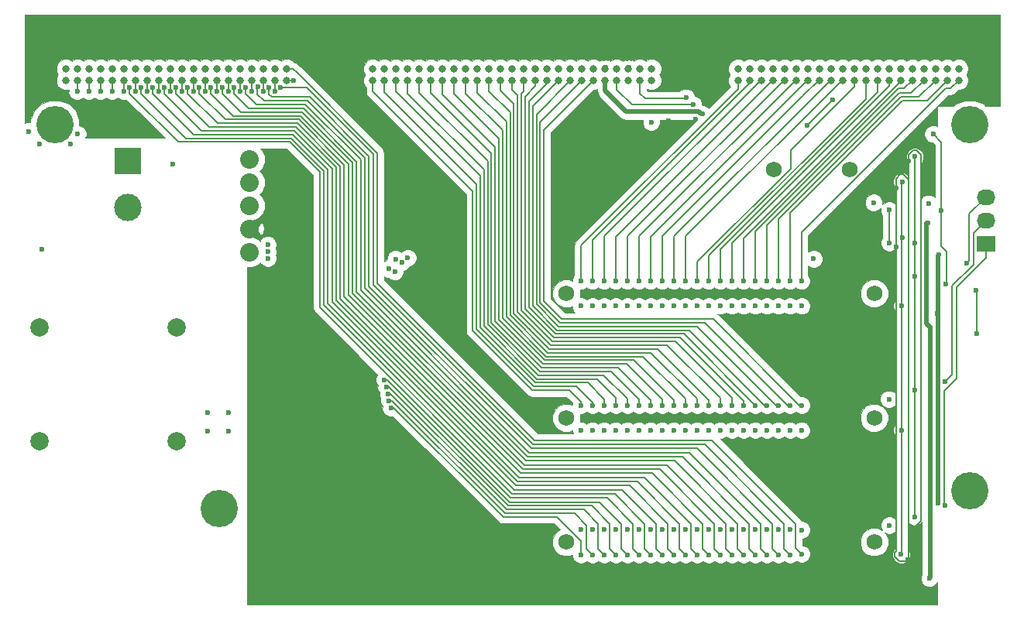
<source format=gbl>
G04 #@! TF.GenerationSoftware,KiCad,Pcbnew,5.1.9+dfsg1-1~bpo10+1*
G04 #@! TF.CreationDate,2021-11-09T02:57:50+00:00*
G04 #@! TF.ProjectId,dropbot-front-panel,64726f70-626f-4742-9d66-726f6e742d70,3.3*
G04 #@! TF.SameCoordinates,Original*
G04 #@! TF.FileFunction,Copper,L4,Bot*
G04 #@! TF.FilePolarity,Positive*
%FSLAX46Y46*%
G04 Gerber Fmt 4.6, Leading zero omitted, Abs format (unit mm)*
G04 Created by KiCad (PCBNEW 5.1.9+dfsg1-1~bpo10+1) date 2021-11-09 02:57:50*
%MOMM*%
%LPD*%
G01*
G04 APERTURE LIST*
G04 #@! TA.AperFunction,ComponentPad*
%ADD10C,2.000000*%
G04 #@! TD*
G04 #@! TA.AperFunction,ComponentPad*
%ADD11R,2.032000X1.727200*%
G04 #@! TD*
G04 #@! TA.AperFunction,ComponentPad*
%ADD12O,2.032000X1.727200*%
G04 #@! TD*
G04 #@! TA.AperFunction,ComponentPad*
%ADD13R,3.000000X3.000000*%
G04 #@! TD*
G04 #@! TA.AperFunction,ComponentPad*
%ADD14C,3.000000*%
G04 #@! TD*
G04 #@! TA.AperFunction,ComponentPad*
%ADD15C,2.032000*%
G04 #@! TD*
G04 #@! TA.AperFunction,ComponentPad*
%ADD16C,4.064000*%
G04 #@! TD*
G04 #@! TA.AperFunction,ComponentPad*
%ADD17C,1.750000*%
G04 #@! TD*
G04 #@! TA.AperFunction,ComponentPad*
%ADD18C,0.814000*%
G04 #@! TD*
G04 #@! TA.AperFunction,ViaPad*
%ADD19C,0.600000*%
G04 #@! TD*
G04 #@! TA.AperFunction,Conductor*
%ADD20C,0.150000*%
G04 #@! TD*
G04 #@! TA.AperFunction,Conductor*
%ADD21C,0.500000*%
G04 #@! TD*
G04 #@! TA.AperFunction,Conductor*
%ADD22C,0.100000*%
G04 #@! TD*
G04 APERTURE END LIST*
D10*
X63300000Y-78650000D03*
X63300000Y-66150000D03*
X48300000Y-78650000D03*
X48300000Y-66150000D03*
D11*
X151800000Y-57000000D03*
D12*
X151800000Y-54460000D03*
X151800000Y-51920000D03*
D13*
X58000000Y-48000000D03*
D14*
X58000000Y-53080000D03*
D15*
X71270000Y-57930000D03*
X71270000Y-55390000D03*
X71270000Y-52850000D03*
X71270000Y-50310000D03*
X71270000Y-47770000D03*
D16*
X50000000Y-44000000D03*
X150000000Y-44000000D03*
X150000000Y-84000000D03*
X68000000Y-86000000D03*
D17*
X105910900Y-76049000D03*
X139565900Y-76049000D03*
X105910900Y-89649000D03*
X139565900Y-89649000D03*
X136865900Y-48849500D03*
X128610900Y-48849500D03*
X105910900Y-62449000D03*
X139565900Y-62449000D03*
D18*
X125933400Y-39131800D03*
X124663400Y-39131800D03*
X124663400Y-37861800D03*
X125933400Y-37861800D03*
X129743400Y-37861800D03*
X131013400Y-37861800D03*
X128473400Y-37861800D03*
X127203400Y-37861800D03*
X127203400Y-39131800D03*
X128473400Y-39131800D03*
X131013400Y-39131800D03*
X129743400Y-39131800D03*
X143713400Y-37861800D03*
X144983400Y-37861800D03*
X147523400Y-37861800D03*
X146253400Y-37861800D03*
X146253400Y-39131800D03*
X147523400Y-39131800D03*
X144983400Y-39131800D03*
X143713400Y-39131800D03*
X148793400Y-39131800D03*
X148793400Y-37861800D03*
X142443400Y-37861800D03*
X142443400Y-39131800D03*
X134823400Y-39131800D03*
X136093400Y-39131800D03*
X133553400Y-39131800D03*
X132283400Y-39131800D03*
X137363400Y-39131800D03*
X138633400Y-39131800D03*
X141173400Y-39131800D03*
X139903400Y-39131800D03*
X139903400Y-37861800D03*
X141173400Y-37861800D03*
X138633400Y-37861800D03*
X137363400Y-37861800D03*
X132283400Y-37861800D03*
X133553400Y-37861800D03*
X136093400Y-37861800D03*
X134823400Y-37861800D03*
X89840000Y-39131800D03*
X88570000Y-39131800D03*
X87300000Y-39131800D03*
X87300000Y-37861800D03*
X88570000Y-37861800D03*
X89840000Y-37861800D03*
X86030000Y-37861800D03*
X84760000Y-37861800D03*
X84760000Y-39131800D03*
X86030000Y-39131800D03*
X92380000Y-39131800D03*
X91110000Y-39131800D03*
X91110000Y-37861800D03*
X92380000Y-37861800D03*
X96190000Y-37861800D03*
X97460000Y-37861800D03*
X94920000Y-37861800D03*
X93650000Y-37861800D03*
X93650000Y-39131800D03*
X94920000Y-39131800D03*
X97460000Y-39131800D03*
X96190000Y-39131800D03*
X110160000Y-37861800D03*
X111430000Y-37861800D03*
X113970000Y-37861800D03*
X112700000Y-37861800D03*
X112700000Y-39131800D03*
X113970000Y-39131800D03*
X111430000Y-39131800D03*
X110160000Y-39131800D03*
X115240000Y-39131800D03*
X115240000Y-37861800D03*
X108890000Y-37861800D03*
X108890000Y-39131800D03*
X101270000Y-39131800D03*
X102540000Y-39131800D03*
X100000000Y-39131800D03*
X98730000Y-39131800D03*
X103810000Y-39131800D03*
X105080000Y-39131800D03*
X107620000Y-39131800D03*
X106350000Y-39131800D03*
X106350000Y-37861800D03*
X107620000Y-37861800D03*
X105080000Y-37861800D03*
X103810000Y-37861800D03*
X98730000Y-37861800D03*
X100000000Y-37861800D03*
X102540000Y-37861800D03*
X101270000Y-37861800D03*
X52476600Y-39131800D03*
X51206600Y-39131800D03*
X51206600Y-37861800D03*
X52476600Y-37861800D03*
X56286600Y-37861800D03*
X57556600Y-37861800D03*
X55016600Y-37861800D03*
X53746600Y-37861800D03*
X53746600Y-39131800D03*
X55016600Y-39131800D03*
X57556600Y-39131800D03*
X56286600Y-39131800D03*
X70256600Y-37861800D03*
X71526600Y-37861800D03*
X74066600Y-37861800D03*
X72796600Y-37861800D03*
X72796600Y-39131800D03*
X74066600Y-39131800D03*
X71526600Y-39131800D03*
X70256600Y-39131800D03*
X75336600Y-39131800D03*
X75336600Y-37861800D03*
X68986600Y-37861800D03*
X68986600Y-39131800D03*
X61366600Y-39131800D03*
X62636600Y-39131800D03*
X60096600Y-39131800D03*
X58826600Y-39131800D03*
X63906600Y-39131800D03*
X65176600Y-39131800D03*
X67716600Y-39131800D03*
X66446600Y-39131800D03*
X66446600Y-37861800D03*
X67716600Y-37861800D03*
X65176600Y-37861800D03*
X63906600Y-37861800D03*
X58826600Y-37861800D03*
X60096600Y-37861800D03*
X62636600Y-37861800D03*
X61366600Y-37861800D03*
D19*
X132940000Y-58660000D03*
X115200000Y-43690000D03*
X144000000Y-56900000D03*
X144010000Y-47490000D03*
X144000000Y-73000000D03*
X144000000Y-86900000D03*
X144000000Y-60600000D03*
X110744000Y-36576000D03*
X66700000Y-75500000D03*
X136708400Y-77412980D03*
X143300000Y-48000000D03*
X136708400Y-63812980D03*
X135438400Y-63812980D03*
X134168400Y-63812980D03*
X141950000Y-50930000D03*
X117050000Y-43590000D03*
X118570000Y-43790000D03*
X141950000Y-57370000D03*
X143200000Y-91600000D03*
X120060000Y-43410000D03*
X120800000Y-42800000D03*
X69000000Y-75500000D03*
X145500000Y-52600000D03*
X142610000Y-56320000D03*
X142610000Y-50210000D03*
X142600000Y-77400000D03*
X142600000Y-63800000D03*
X142500000Y-91000000D03*
X119800000Y-41800000D03*
X146000000Y-45000000D03*
X150800000Y-66800000D03*
X150700000Y-62100000D03*
X141180000Y-74020000D03*
X141210000Y-87800000D03*
X139500000Y-52500000D03*
X146890000Y-53380000D03*
X147400000Y-61400000D03*
X73300000Y-57900000D03*
X73300000Y-58600000D03*
X73300000Y-57100000D03*
X141200000Y-53300000D03*
X141210000Y-56910000D03*
X72771000Y-40322500D03*
X129088400Y-88285020D03*
X74041000Y-40322500D03*
X130358400Y-88285020D03*
X76136500Y-39179500D03*
X131630000Y-88320000D03*
X118928400Y-88285020D03*
X62611000Y-40322500D03*
X120198400Y-88285020D03*
X63881000Y-40322500D03*
X122738400Y-88285020D03*
X66421000Y-40322500D03*
X121468400Y-88285020D03*
X65151000Y-40322500D03*
X126548400Y-88285020D03*
X70231000Y-40322500D03*
X127818400Y-88285020D03*
X71501000Y-40322500D03*
X125278400Y-88285020D03*
X68961000Y-40322500D03*
X124008400Y-88285020D03*
X67691000Y-40322500D03*
X57531000Y-40322500D03*
X113848400Y-88285020D03*
X115118400Y-88285020D03*
X58801000Y-40322500D03*
X117658400Y-88285020D03*
X61341000Y-40322500D03*
X60071000Y-40322500D03*
X116388400Y-88285020D03*
X111308400Y-88285020D03*
X87947500Y-59055000D03*
X54991000Y-40322500D03*
X112578400Y-88285020D03*
X56261000Y-40322500D03*
X88582500Y-58547000D03*
X87249000Y-58674000D03*
X53721000Y-40322500D03*
X110038400Y-88285020D03*
X146450000Y-64600000D03*
X146600000Y-58200000D03*
X146500000Y-71600000D03*
X146500000Y-85400000D03*
X72160000Y-39790000D03*
X127818400Y-91012980D03*
X129088400Y-91012980D03*
X73406000Y-39878000D03*
X131630000Y-90950000D03*
X74676000Y-39878000D03*
X130358400Y-91012980D03*
X117658400Y-91012980D03*
X61976000Y-39878000D03*
X118928400Y-91012980D03*
X63246000Y-39878000D03*
X121468400Y-91012980D03*
X65786000Y-39878000D03*
X120198400Y-91012980D03*
X64516000Y-39878000D03*
X110038400Y-91012980D03*
X86423500Y-73406000D03*
X86233000Y-72644000D03*
X111308400Y-91012980D03*
X108768400Y-91012980D03*
X86550500Y-74168000D03*
X107498400Y-91012980D03*
X86741000Y-74930000D03*
X86042500Y-71882000D03*
X112578400Y-91012980D03*
X113848400Y-91012980D03*
X58166000Y-39878000D03*
X116388400Y-91012980D03*
X60706000Y-39878000D03*
X115118400Y-91012980D03*
X59436000Y-39878000D03*
X107498400Y-88285020D03*
X86487000Y-59753500D03*
X52451000Y-40322500D03*
X108768400Y-88285020D03*
X87185500Y-60071000D03*
X122738400Y-91012980D03*
X67056000Y-39878000D03*
X124008400Y-91012980D03*
X68326000Y-39878000D03*
X126548400Y-91012980D03*
X70866000Y-39878000D03*
X125278400Y-91012980D03*
X69596000Y-39878000D03*
X125278400Y-74685020D03*
X126548400Y-74685020D03*
X129088400Y-74685020D03*
X127818400Y-74685020D03*
X131628400Y-74685020D03*
X130358400Y-74685020D03*
X125278400Y-77412980D03*
X126548400Y-77412980D03*
X129088400Y-77412980D03*
X127818400Y-77412980D03*
X131628400Y-77412980D03*
X130358400Y-77412980D03*
X120198400Y-77412980D03*
X121468400Y-77412980D03*
X124008400Y-77412980D03*
X122738400Y-77412980D03*
X120198400Y-74685020D03*
X121468400Y-74685020D03*
X124008400Y-74685020D03*
X122738400Y-74685020D03*
X117658400Y-74685020D03*
X118928400Y-74685020D03*
X110038400Y-74685020D03*
X111308400Y-74685020D03*
X108768400Y-74685020D03*
X112578400Y-74685020D03*
X113848400Y-74685020D03*
X116388400Y-74685020D03*
X115118400Y-74685020D03*
X117658400Y-77412980D03*
X118928400Y-77412980D03*
X110038400Y-77412980D03*
X111308400Y-77412980D03*
X108768400Y-77412980D03*
X107498400Y-77412980D03*
X112578400Y-77412980D03*
X113848400Y-77412980D03*
X116388400Y-77412980D03*
X115118400Y-77412980D03*
X107498400Y-74685020D03*
X125278400Y-61085020D03*
X126548400Y-61085020D03*
X129088400Y-61085020D03*
X127818400Y-61085020D03*
X131628400Y-61085020D03*
X130358400Y-61085020D03*
X125278400Y-63812980D03*
X126548400Y-63812980D03*
X129088400Y-63812980D03*
X127818400Y-63812980D03*
X131628400Y-63812980D03*
X130358400Y-63812980D03*
X120198400Y-63812980D03*
X121468400Y-63812980D03*
X124008400Y-63812980D03*
X122738400Y-63812980D03*
X120198400Y-61085020D03*
X121468400Y-61085020D03*
X124008400Y-61085020D03*
X122738400Y-61085020D03*
X117658400Y-61085020D03*
X118928400Y-61085020D03*
X110038400Y-61085020D03*
X111308400Y-61085020D03*
X108768400Y-61085020D03*
X112578400Y-61085020D03*
X113848400Y-61085020D03*
X116388400Y-61085020D03*
X115118400Y-61085020D03*
X117658400Y-63812980D03*
X118928400Y-63812980D03*
X110038400Y-63812980D03*
X111308400Y-63812980D03*
X108768400Y-63812980D03*
X107498400Y-63812980D03*
X112578400Y-63812980D03*
X113848400Y-63812980D03*
X116388400Y-63812980D03*
X115118400Y-63812980D03*
X107498400Y-61085020D03*
X135000000Y-41300000D03*
X119000000Y-41000000D03*
X132200000Y-44100000D03*
X147300000Y-85600000D03*
X147300000Y-72100000D03*
X149700000Y-59100000D03*
X145400000Y-54700000D03*
X145700000Y-79700000D03*
X145700000Y-66200000D03*
X145600000Y-93600000D03*
X62850000Y-48300000D03*
X69000000Y-77500000D03*
X66700000Y-77500000D03*
X48600000Y-57600000D03*
X48300000Y-46100000D03*
X51700000Y-46100000D03*
X52500000Y-45000000D03*
X47100000Y-44700000D03*
D20*
X115290000Y-43600000D02*
X115200000Y-43690000D01*
X144000000Y-60600000D02*
X144000000Y-56900000D01*
X144000000Y-56900000D02*
X144000000Y-47500000D01*
X144000000Y-47500000D02*
X144010000Y-47490000D01*
X144000000Y-86900000D02*
X144000000Y-73000000D01*
X144000000Y-73000000D02*
X144000000Y-60600000D01*
X136700000Y-77404580D02*
X136700000Y-77400000D01*
X136708400Y-77412980D02*
X136700000Y-77404580D01*
X144210000Y-46800000D02*
X143810000Y-46800000D01*
X144700000Y-47290000D02*
X144210000Y-46800000D01*
X143810000Y-46800000D02*
X143290000Y-47320000D01*
X143290000Y-47320000D02*
X143290000Y-48000000D01*
X143300000Y-48000000D02*
X143290000Y-48000000D01*
X143290000Y-48000000D02*
X143300000Y-48000000D01*
X143300000Y-48000000D02*
X143290000Y-48000000D01*
X143300000Y-49970000D02*
X142770000Y-49440000D01*
X142770000Y-49440000D02*
X142420000Y-49440000D01*
X142420000Y-49440000D02*
X141950000Y-49910000D01*
X143290000Y-49960000D02*
X143300000Y-49970000D01*
X143290000Y-48000000D02*
X143290000Y-49960000D01*
X136700000Y-63800000D02*
X136700000Y-63804580D01*
X136700000Y-63804580D02*
X136708400Y-63812980D01*
X135400000Y-63800000D02*
X135425420Y-63800000D01*
X135425420Y-63800000D02*
X135438400Y-63812980D01*
X134181380Y-63800000D02*
X134200000Y-63800000D01*
X134168400Y-63812980D02*
X134181380Y-63800000D01*
X143300000Y-88700000D02*
X143300000Y-49970000D01*
X141950000Y-50930000D02*
X141950000Y-57370000D01*
X141950000Y-49910000D02*
X141950000Y-50930000D01*
X144700000Y-87300000D02*
X143300000Y-88700000D01*
X144700000Y-87300000D02*
X144700000Y-47290000D01*
X143300000Y-91500000D02*
X143300000Y-88700000D01*
X141950000Y-57370000D02*
X141950000Y-90650000D01*
X141950000Y-90650000D02*
X141800000Y-90800000D01*
X141800000Y-90800000D02*
X141800000Y-91200000D01*
X141800000Y-91200000D02*
X142300000Y-91700000D01*
X142300000Y-91700000D02*
X143100000Y-91700000D01*
X143100000Y-91700000D02*
X143200000Y-91600000D01*
X143200000Y-91600000D02*
X143300000Y-91500000D01*
D21*
X110160000Y-39131800D02*
X110160000Y-40260000D01*
X110160000Y-40260000D02*
X112450000Y-42550000D01*
X120600000Y-42800000D02*
X120370000Y-42570000D01*
X120370000Y-42570000D02*
X112450000Y-42570000D01*
X112450000Y-42570000D02*
X112450000Y-42550000D01*
X120800000Y-42800000D02*
X120600000Y-42800000D01*
D20*
X142600000Y-56330000D02*
X142600000Y-56420000D01*
X142610000Y-56320000D02*
X142600000Y-56330000D01*
X142600000Y-63800000D02*
X142600000Y-56420000D01*
X142600000Y-56420000D02*
X142600000Y-50220000D01*
X142600000Y-50220000D02*
X142610000Y-50210000D01*
X142600000Y-63800000D02*
X142600000Y-77400000D01*
X142600000Y-77400000D02*
X142600000Y-90900000D01*
X142600000Y-90900000D02*
X142500000Y-91000000D01*
X111430000Y-39131800D02*
X111430000Y-40130000D01*
X119800000Y-41800000D02*
X113100000Y-41800000D01*
X146900000Y-45900000D02*
X146000000Y-45000000D01*
X146900000Y-45900000D02*
X146900000Y-53380000D01*
X111430000Y-40130000D02*
X113100000Y-41800000D01*
X150800000Y-62200000D02*
X150800000Y-66800000D01*
X150700000Y-62100000D02*
X150800000Y-62200000D01*
X146890000Y-53380000D02*
X146900000Y-53380000D01*
X146900000Y-53380000D02*
X146890000Y-53380000D01*
X146890000Y-53380000D02*
X146900000Y-53380000D01*
X147400000Y-61400000D02*
X147500000Y-61300000D01*
X147500000Y-61300000D02*
X147500000Y-57900000D01*
X147500000Y-57900000D02*
X146900000Y-57300000D01*
X146900000Y-57300000D02*
X146900000Y-53380000D01*
X141200000Y-53300000D02*
X141200000Y-56900000D01*
X141200000Y-56900000D02*
X141210000Y-56910000D01*
X72796600Y-40296900D02*
X72771000Y-40322500D01*
X72796600Y-39131800D02*
X72796600Y-40296900D01*
X129080000Y-88280000D02*
X129083380Y-88280000D01*
X129083380Y-88280000D02*
X129088400Y-88285020D01*
X74066600Y-40296900D02*
X74041000Y-40322500D01*
X74066600Y-39131800D02*
X74066600Y-40296900D01*
X130340000Y-88280000D02*
X130353380Y-88280000D01*
X130353380Y-88280000D02*
X130358400Y-88285020D01*
X76088800Y-39131800D02*
X76136500Y-39179500D01*
X75336600Y-39131800D02*
X76088800Y-39131800D01*
X118910000Y-88280000D02*
X118923380Y-88280000D01*
X118923380Y-88280000D02*
X118928400Y-88285020D01*
X62636600Y-40296900D02*
X62611000Y-40322500D01*
X62636600Y-40296900D02*
X62636600Y-39131800D01*
X120210000Y-88280000D02*
X120203420Y-88280000D01*
X120203420Y-88280000D02*
X120198400Y-88285020D01*
X63906600Y-40296900D02*
X63881000Y-40322500D01*
X63906600Y-40296900D02*
X63906600Y-39131800D01*
X122720000Y-88280000D02*
X122733380Y-88280000D01*
X122733380Y-88280000D02*
X122738400Y-88285020D01*
X66446600Y-40296900D02*
X66421000Y-40322500D01*
X66446600Y-40296900D02*
X66446600Y-39131800D01*
X121460000Y-88280000D02*
X121463380Y-88280000D01*
X121463380Y-88280000D02*
X121468400Y-88285020D01*
X65176600Y-40296900D02*
X65151000Y-40322500D01*
X65176600Y-40296900D02*
X65176600Y-39131800D01*
X126543380Y-88280000D02*
X126548400Y-88285020D01*
X126530000Y-88280000D02*
X126543380Y-88280000D01*
X70256600Y-40296900D02*
X70231000Y-40322500D01*
X70256600Y-40296900D02*
X70256600Y-39131800D01*
X127823420Y-88280000D02*
X127818400Y-88285020D01*
X127830000Y-88280000D02*
X127823420Y-88280000D01*
X71526600Y-40296900D02*
X71501000Y-40322500D01*
X71526600Y-40296900D02*
X71526600Y-39131800D01*
X125270000Y-88280000D02*
X125273380Y-88280000D01*
X125273380Y-88280000D02*
X125278400Y-88285020D01*
X68986600Y-40296900D02*
X68961000Y-40322500D01*
X68986600Y-40296900D02*
X68986600Y-39131800D01*
X124020000Y-88280000D02*
X124013420Y-88280000D01*
X124013420Y-88280000D02*
X124008400Y-88285020D01*
X67716600Y-40296900D02*
X67691000Y-40322500D01*
X67716600Y-40296900D02*
X67716600Y-39131800D01*
X57556600Y-40296900D02*
X57531000Y-40322500D01*
X57556600Y-39131800D02*
X57556600Y-40296900D01*
X113843380Y-88280000D02*
X113848400Y-88285020D01*
X113840000Y-88280000D02*
X113843380Y-88280000D01*
X115100000Y-88280000D02*
X115113380Y-88280000D01*
X115113380Y-88280000D02*
X115118400Y-88285020D01*
X58826600Y-40296900D02*
X58801000Y-40322500D01*
X58826600Y-40296900D02*
X58826600Y-39131800D01*
X117650000Y-88280000D02*
X117653380Y-88280000D01*
X117653380Y-88280000D02*
X117658400Y-88285020D01*
X61366600Y-40296900D02*
X61341000Y-40322500D01*
X61366600Y-40296900D02*
X61366600Y-39131800D01*
X60096600Y-40296900D02*
X60071000Y-40322500D01*
X60096600Y-39131800D02*
X60096600Y-40296900D01*
X116393420Y-88280000D02*
X116388400Y-88285020D01*
X116393420Y-88280000D02*
X116400000Y-88280000D01*
X111303380Y-88280000D02*
X111308400Y-88285020D01*
X111290000Y-88280000D02*
X111303380Y-88280000D01*
X55016600Y-40296900D02*
X55016600Y-39131800D01*
X55016600Y-40296900D02*
X54991000Y-40322500D01*
X112583420Y-88280000D02*
X112578400Y-88285020D01*
X112590000Y-88280000D02*
X112583420Y-88280000D01*
X56286600Y-39131800D02*
X56286600Y-40296900D01*
X56286600Y-40296900D02*
X56261000Y-40322500D01*
X88582500Y-58547000D02*
X88519000Y-58610500D01*
X53746600Y-39131800D02*
X53746600Y-40296900D01*
X53746600Y-40296900D02*
X53721000Y-40322500D01*
X110033380Y-88280000D02*
X110038400Y-88285020D01*
X110033380Y-88280000D02*
X110030000Y-88280000D01*
D21*
X146450000Y-64600000D02*
X146500000Y-64600000D01*
X146600000Y-58200000D02*
X146500000Y-58300000D01*
X146500000Y-58300000D02*
X146500000Y-64600000D01*
X146500000Y-64600000D02*
X146500000Y-71600000D01*
X146500000Y-71600000D02*
X146500000Y-85400000D01*
D20*
X72160000Y-39790000D02*
X72136000Y-39814000D01*
X72136000Y-39814000D02*
X72136000Y-40640000D01*
X72136000Y-40640000D02*
X72863502Y-41367502D01*
X72863502Y-41367502D02*
X77628308Y-41367502D01*
X77628308Y-41367502D02*
X83889994Y-47629188D01*
X127190000Y-90384580D02*
X127818400Y-91012980D01*
X127190000Y-87660000D02*
X127190000Y-90384580D01*
X119390006Y-79860006D02*
X127190000Y-87660000D01*
X101870812Y-79860006D02*
X119390006Y-79860006D01*
X83889994Y-61879188D02*
X101870812Y-79860006D01*
X83889994Y-47629188D02*
X83889994Y-61879188D01*
X77854704Y-40957500D02*
X73723500Y-40957500D01*
X84339996Y-47442792D02*
X84339996Y-61692792D01*
X84339996Y-61692792D02*
X102057208Y-79410004D01*
X102057208Y-79410004D02*
X120210004Y-79410004D01*
X120210004Y-79410004D02*
X128450000Y-87650000D01*
X128450000Y-87650000D02*
X128450000Y-90374580D01*
X128450000Y-90374580D02*
X129088400Y-91012980D01*
X77854704Y-40957500D02*
X84339996Y-47442792D01*
X73406000Y-40640000D02*
X73406000Y-39878000D01*
X73723500Y-40957500D02*
X73406000Y-40640000D01*
X76512400Y-38342400D02*
X85240000Y-47070000D01*
X75336600Y-37861800D02*
X76031800Y-37861800D01*
X76031800Y-37861800D02*
X76512400Y-38342400D01*
X130990000Y-90310000D02*
X131630000Y-90950000D01*
X130990000Y-87660000D02*
X130990000Y-90310000D01*
X121840000Y-78510000D02*
X130990000Y-87660000D01*
X102430000Y-78510000D02*
X121840000Y-78510000D01*
X85240000Y-61320000D02*
X102430000Y-78510000D01*
X85240000Y-47070000D02*
X85240000Y-61320000D01*
X74866500Y-39878000D02*
X74930000Y-39941500D01*
X74930000Y-39941500D02*
X77531670Y-39941500D01*
X77531670Y-39941500D02*
X84789998Y-47199828D01*
X84789998Y-47199828D02*
X84789998Y-47256396D01*
X129720000Y-87660000D02*
X129720000Y-90374580D01*
X129720000Y-90374580D02*
X130358400Y-91012980D01*
X121020002Y-78960002D02*
X129720000Y-87660000D01*
X102243604Y-78960002D02*
X121020002Y-78960002D01*
X84789998Y-61506396D02*
X102243604Y-78960002D01*
X84789998Y-47256396D02*
X84789998Y-61506396D01*
X74676000Y-39878000D02*
X74866500Y-39878000D01*
X61976000Y-39878000D02*
X61976000Y-40576500D01*
X80289978Y-49120356D02*
X80289978Y-63370356D01*
X80289978Y-63370356D02*
X100379644Y-83460022D01*
X100379644Y-83460022D02*
X112840022Y-83460022D01*
X112840022Y-83460022D02*
X117020000Y-87640000D01*
X117020000Y-87640000D02*
X117020000Y-90374580D01*
X117020000Y-90374580D02*
X117658400Y-91012980D01*
X80289978Y-48780948D02*
X80289978Y-49120356D01*
X76156548Y-44647518D02*
X80289978Y-48780948D01*
X66047018Y-44647518D02*
X76156548Y-44647518D01*
X61976000Y-40576500D02*
X66047018Y-44647518D01*
X63246000Y-39878000D02*
X63246000Y-40576500D01*
X80739980Y-48933960D02*
X80739980Y-63183960D01*
X80739980Y-63183960D02*
X100566040Y-83010020D01*
X100566040Y-83010020D02*
X113650020Y-83010020D01*
X113650020Y-83010020D02*
X118290000Y-87650000D01*
X118290000Y-87650000D02*
X118290000Y-90374580D01*
X118290000Y-90374580D02*
X118928400Y-91012980D01*
X80739980Y-48651120D02*
X80739980Y-48933960D01*
X76326376Y-44237516D02*
X80739980Y-48651120D01*
X66907016Y-44237516D02*
X76326376Y-44237516D01*
X63246000Y-40576500D02*
X66907016Y-44237516D01*
X65786000Y-39878000D02*
X65786000Y-40576500D01*
X81639984Y-48561168D02*
X81639984Y-62811168D01*
X81639984Y-62811168D02*
X100938832Y-82110016D01*
X100938832Y-82110016D02*
X115290016Y-82110016D01*
X115290016Y-82110016D02*
X120830000Y-87650000D01*
X120830000Y-87650000D02*
X120830000Y-90374580D01*
X120830000Y-90374580D02*
X121468400Y-91012980D01*
X81639984Y-48391464D02*
X81639984Y-48561168D01*
X76666032Y-43417512D02*
X81639984Y-48391464D01*
X68627012Y-43417512D02*
X76666032Y-43417512D01*
X65786000Y-40576500D02*
X68627012Y-43417512D01*
X64516000Y-39878000D02*
X64516000Y-40576500D01*
X81189982Y-48747564D02*
X81189982Y-62997564D01*
X81189982Y-62997564D02*
X100752436Y-82560018D01*
X100752436Y-82560018D02*
X114480018Y-82560018D01*
X114480018Y-82560018D02*
X119560000Y-87640000D01*
X119560000Y-87640000D02*
X119560000Y-90374580D01*
X119560000Y-90374580D02*
X120198400Y-91012980D01*
X81189982Y-48521292D02*
X81189982Y-48747564D01*
X76496204Y-43827514D02*
X81189982Y-48521292D01*
X67767014Y-43827514D02*
X76496204Y-43827514D01*
X64516000Y-40576500D02*
X67767014Y-43827514D01*
X86423500Y-73406000D02*
X86676938Y-73406000D01*
X109400000Y-87650000D02*
X109400000Y-90374580D01*
X109400000Y-90374580D02*
X110038400Y-91012980D01*
X107830034Y-86080034D02*
X109400000Y-87650000D01*
X99350972Y-86080034D02*
X107830034Y-86080034D01*
X86676938Y-73406000D02*
X99350972Y-86080034D01*
X108690032Y-85670032D02*
X110680000Y-87660000D01*
X86494768Y-72644000D02*
X99520800Y-85670032D01*
X99520800Y-85670032D02*
X108690032Y-85670032D01*
X110680000Y-90384580D02*
X111308400Y-91012980D01*
X110680000Y-87660000D02*
X110680000Y-90384580D01*
X86233000Y-72644000D02*
X86494768Y-72644000D01*
X99181144Y-86490036D02*
X106810036Y-86490036D01*
X108130000Y-90374580D02*
X108768400Y-91012980D01*
X86550500Y-74168000D02*
X86859108Y-74168000D01*
X86859108Y-74168000D02*
X99181144Y-86490036D01*
X108130000Y-87810000D02*
X108130000Y-90374580D01*
X106810036Y-86490036D02*
X108130000Y-87810000D01*
X86741000Y-74930000D02*
X87041278Y-74930000D01*
X107498400Y-89527900D02*
X107498400Y-91012980D01*
X104870538Y-86900038D02*
X107498400Y-89527900D01*
X99011316Y-86900038D02*
X104870538Y-86900038D01*
X87041278Y-74930000D02*
X99011316Y-86900038D01*
X99690628Y-85260030D02*
X86312598Y-71882000D01*
X86312598Y-71882000D02*
X86042500Y-71882000D01*
X99695000Y-85260030D02*
X99690628Y-85260030D01*
X99695000Y-85260030D02*
X109550030Y-85260030D01*
X109550030Y-85260030D02*
X111940000Y-87650000D01*
X111940000Y-87650000D02*
X111940000Y-90374580D01*
X111940000Y-90374580D02*
X112578400Y-91012980D01*
X58166000Y-39878000D02*
X58166000Y-40576500D01*
X78939972Y-49679544D02*
X78939972Y-63929544D01*
X78939972Y-63929544D02*
X99820456Y-84810028D01*
X99820456Y-84810028D02*
X110380028Y-84810028D01*
X110380028Y-84810028D02*
X113210000Y-87640000D01*
X113210000Y-87640000D02*
X113210000Y-90374580D01*
X113210000Y-90374580D02*
X113848400Y-91012980D01*
X78939972Y-49170432D02*
X78939972Y-49679544D01*
X75647064Y-45877524D02*
X78939972Y-49170432D01*
X63467024Y-45877524D02*
X75647064Y-45877524D01*
X58166000Y-40576500D02*
X63467024Y-45877524D01*
X60706000Y-39878000D02*
X60706000Y-40576500D01*
X79839976Y-49306752D02*
X79839976Y-63556752D01*
X79839976Y-63556752D02*
X100193248Y-83910024D01*
X100193248Y-83910024D02*
X112000024Y-83910024D01*
X112000024Y-83910024D02*
X115760000Y-87670000D01*
X115760000Y-87670000D02*
X115760000Y-90384580D01*
X115760000Y-90384580D02*
X116388400Y-91012980D01*
X79839976Y-48910776D02*
X79839976Y-49306752D01*
X75986720Y-45057520D02*
X79839976Y-48910776D01*
X65187020Y-45057520D02*
X75986720Y-45057520D01*
X60706000Y-40576500D02*
X65187020Y-45057520D01*
X59436000Y-39878000D02*
X59436000Y-40576500D01*
X79389974Y-49493148D02*
X79389974Y-63743148D01*
X79389974Y-63743148D02*
X100006852Y-84360026D01*
X100006852Y-84360026D02*
X111200026Y-84360026D01*
X111200026Y-84360026D02*
X114480000Y-87640000D01*
X114480000Y-87640000D02*
X114480000Y-90374580D01*
X114480000Y-90374580D02*
X115118400Y-91012980D01*
X79389974Y-49040604D02*
X79389974Y-49493148D01*
X75816892Y-45467522D02*
X79389974Y-49040604D01*
X64327022Y-45467522D02*
X75816892Y-45467522D01*
X59436000Y-40576500D02*
X64327022Y-45467522D01*
X107480000Y-88280000D02*
X107493380Y-88280000D01*
X107493380Y-88280000D02*
X107498400Y-88285020D01*
X52476600Y-40296900D02*
X52451000Y-40322500D01*
X52476600Y-39131800D02*
X52476600Y-40296900D01*
X108773420Y-88280000D02*
X108780000Y-88280000D01*
X108773420Y-88280000D02*
X108768400Y-88285020D01*
X67056000Y-39878000D02*
X67056000Y-40576500D01*
X82089986Y-48374772D02*
X82089986Y-62624772D01*
X82089986Y-62624772D02*
X101125228Y-81660014D01*
X101125228Y-81660014D02*
X116110014Y-81660014D01*
X116110014Y-81660014D02*
X122110000Y-87660000D01*
X122110000Y-87660000D02*
X122110000Y-90384580D01*
X122110000Y-90384580D02*
X122738400Y-91012980D01*
X82089986Y-48261636D02*
X82089986Y-48374772D01*
X76835860Y-43007510D02*
X82089986Y-48261636D01*
X69487010Y-43007510D02*
X76835860Y-43007510D01*
X67056000Y-40576500D02*
X69487010Y-43007510D01*
X82539988Y-48145950D02*
X82539988Y-48131808D01*
X82539988Y-48145950D02*
X82539988Y-62438376D01*
X82539988Y-62438376D02*
X101311624Y-81210012D01*
X101311624Y-81210012D02*
X116930012Y-81210012D01*
X116930012Y-81210012D02*
X123370000Y-87650000D01*
X123370000Y-87650000D02*
X123370000Y-90374580D01*
X123370000Y-90374580D02*
X124008400Y-91012980D01*
X68326000Y-39878000D02*
X68326000Y-40576500D01*
X70347008Y-42597508D02*
X77005688Y-42597508D01*
X68326000Y-40576500D02*
X70347008Y-42597508D01*
X82539988Y-48131808D02*
X77005688Y-42597508D01*
X70866000Y-39878000D02*
X70866000Y-40576500D01*
X83439992Y-47815584D02*
X83439992Y-62065584D01*
X83439992Y-62065584D02*
X101684416Y-80310008D01*
X101684416Y-80310008D02*
X118560008Y-80310008D01*
X118560008Y-80310008D02*
X125910000Y-87660000D01*
X125910000Y-87660000D02*
X125910000Y-90374580D01*
X125910000Y-90374580D02*
X126548400Y-91012980D01*
X77401912Y-41777504D02*
X83439992Y-47815584D01*
X72067004Y-41777504D02*
X77401912Y-41777504D01*
X70866000Y-40576500D02*
X72067004Y-41777504D01*
X69596000Y-39878000D02*
X69596000Y-40576500D01*
X82989990Y-48001980D02*
X82989990Y-62251980D01*
X82989990Y-62251980D02*
X101498020Y-80760010D01*
X101498020Y-80760010D02*
X117760010Y-80760010D01*
X117760010Y-80760010D02*
X124640000Y-87640000D01*
X124640000Y-87640000D02*
X124640000Y-90374580D01*
X124640000Y-90374580D02*
X125278400Y-91012980D01*
X77175516Y-42187506D02*
X82989990Y-48001980D01*
X71207006Y-42187506D02*
X77175516Y-42187506D01*
X69596000Y-40576500D02*
X71207006Y-42187506D01*
X125278400Y-74685020D02*
X125278400Y-74224400D01*
X125285500Y-74677920D02*
X125278400Y-74685020D01*
X125285500Y-74676000D02*
X125285500Y-74677920D01*
X102540000Y-39763500D02*
X102540000Y-39131800D01*
X101409934Y-40893566D02*
X102540000Y-39763500D01*
X101409934Y-64152574D02*
X101409934Y-40893566D01*
X104547360Y-67290000D02*
X101409934Y-64152574D01*
X118344000Y-67290000D02*
X104547360Y-67290000D01*
X125278400Y-74224400D02*
X118344000Y-67290000D01*
X126548400Y-74685020D02*
X126564520Y-74685020D01*
X126555500Y-74677920D02*
X126548400Y-74685020D01*
X126555500Y-74676000D02*
X126555500Y-74677920D01*
X101819936Y-41436064D02*
X103967100Y-39288900D01*
X101819936Y-63982746D02*
X101819936Y-41436064D01*
X104717188Y-66879998D02*
X101819936Y-63982746D01*
X118759498Y-66879998D02*
X104717188Y-66879998D01*
X126564520Y-74685020D02*
X118759498Y-66879998D01*
X129088400Y-74685020D02*
X128850520Y-74685020D01*
X129095500Y-74677920D02*
X129088400Y-74685020D01*
X129095500Y-74676000D02*
X129095500Y-74677920D01*
X102639940Y-42841860D02*
X106350000Y-39131800D01*
X102639940Y-63642610D02*
X102639940Y-42841860D01*
X105057324Y-66059994D02*
X102639940Y-63642610D01*
X120225494Y-66059994D02*
X105057324Y-66059994D01*
X128850520Y-74685020D02*
X120225494Y-66059994D01*
X127818400Y-74685020D02*
X127580520Y-74685020D01*
X127825500Y-74692120D02*
X127818400Y-74685020D01*
X127825500Y-74739500D02*
X127825500Y-74692120D01*
X102229938Y-41981862D02*
X105080000Y-39131800D01*
X102229938Y-63812438D02*
X102229938Y-41981862D01*
X104887496Y-66469996D02*
X102229938Y-63812438D01*
X119365496Y-66469996D02*
X104887496Y-66469996D01*
X127580520Y-74685020D02*
X119365496Y-66469996D01*
X131628400Y-74685020D02*
X131390520Y-74685020D01*
X131635500Y-74677920D02*
X131628400Y-74685020D01*
X131635500Y-74676000D02*
X131635500Y-74677920D01*
X103459944Y-44561856D02*
X108890000Y-39131800D01*
X103459944Y-63302954D02*
X103459944Y-44561856D01*
X105396980Y-65239990D02*
X103459944Y-63302954D01*
X121945490Y-65239990D02*
X105396980Y-65239990D01*
X131390520Y-74685020D02*
X121945490Y-65239990D01*
X130358400Y-74685020D02*
X130120520Y-74685020D01*
X130365500Y-74677920D02*
X130358400Y-74685020D01*
X130365500Y-74676000D02*
X130365500Y-74677920D01*
X103049942Y-43701858D02*
X107620000Y-39131800D01*
X103049942Y-63472782D02*
X103049942Y-43701858D01*
X105227152Y-65649992D02*
X103049942Y-63472782D01*
X121085492Y-65649992D02*
X105227152Y-65649992D01*
X130120520Y-74685020D02*
X121085492Y-65649992D01*
X125284880Y-77406500D02*
X125278400Y-77412980D01*
X125285500Y-77406500D02*
X125284880Y-77406500D01*
X126554880Y-77406500D02*
X126548400Y-77412980D01*
X126555500Y-77406500D02*
X126554880Y-77406500D01*
X129095500Y-77406500D02*
X129094880Y-77406500D01*
X129094880Y-77406500D02*
X129088400Y-77412980D01*
X127824880Y-77406500D02*
X127818400Y-77412980D01*
X127825500Y-77406500D02*
X127824880Y-77406500D01*
X131634880Y-77406500D02*
X131628400Y-77412980D01*
X131635500Y-77406500D02*
X131634880Y-77406500D01*
X130364880Y-77406500D02*
X130358400Y-77412980D01*
X130365500Y-77406500D02*
X130364880Y-77406500D01*
X120204880Y-77406500D02*
X120198400Y-77412980D01*
X120205500Y-77406500D02*
X120204880Y-77406500D01*
X121474880Y-77406500D02*
X121468400Y-77412980D01*
X121475500Y-77406500D02*
X121474880Y-77406500D01*
X124014880Y-77406500D02*
X124008400Y-77412980D01*
X124015500Y-77406500D02*
X124014880Y-77406500D01*
X122744880Y-77406500D02*
X122738400Y-77412980D01*
X122745500Y-77406500D02*
X122744880Y-77406500D01*
X120198400Y-74685020D02*
X120198400Y-73970400D01*
X120205500Y-74677920D02*
X120198400Y-74685020D01*
X120205500Y-74676000D02*
X120205500Y-74677920D01*
X97460000Y-40310000D02*
X97460000Y-39131800D01*
X99769926Y-42619926D02*
X97460000Y-40310000D01*
X99769926Y-64831886D02*
X99769926Y-42619926D01*
X103868048Y-68930008D02*
X99769926Y-64831886D01*
X115158008Y-68930008D02*
X103868048Y-68930008D01*
X120198400Y-73970400D02*
X115158008Y-68930008D01*
X121468400Y-74685020D02*
X121468400Y-74097400D01*
X121475500Y-74676000D02*
X121475500Y-74677920D01*
X121475500Y-74677920D02*
X121468400Y-74685020D01*
X98730000Y-40246500D02*
X98730000Y-39131800D01*
X100179928Y-41696428D02*
X98730000Y-40246500D01*
X100179928Y-64662058D02*
X100179928Y-41696428D01*
X104037876Y-68520006D02*
X100179928Y-64662058D01*
X115891006Y-68520006D02*
X104037876Y-68520006D01*
X121468400Y-74097400D02*
X115891006Y-68520006D01*
X124008400Y-74685020D02*
X124008400Y-73906900D01*
X124015500Y-74677920D02*
X124008400Y-74685020D01*
X124015500Y-74676000D02*
X124015500Y-74677920D01*
X101270000Y-40335000D02*
X101270000Y-39131800D01*
X100999932Y-40605068D02*
X101270000Y-40335000D01*
X100999932Y-64322402D02*
X100999932Y-40605068D01*
X104377532Y-67700002D02*
X100999932Y-64322402D01*
X117801502Y-67700002D02*
X104377532Y-67700002D01*
X124008400Y-73906900D02*
X117801502Y-67700002D01*
X122738400Y-74685020D02*
X122738400Y-73906900D01*
X122745500Y-74677920D02*
X122738400Y-74685020D01*
X122745500Y-74676000D02*
X122745500Y-74677920D01*
X100000000Y-40183000D02*
X100000000Y-39131800D01*
X100589930Y-40772930D02*
X100000000Y-40183000D01*
X100589930Y-64492230D02*
X100589930Y-40772930D01*
X104207704Y-68110004D02*
X100589930Y-64492230D01*
X116941504Y-68110004D02*
X104207704Y-68110004D01*
X122738400Y-73906900D02*
X116941504Y-68110004D01*
X117658400Y-74685020D02*
X117658400Y-74160900D01*
X117665500Y-74677920D02*
X117658400Y-74685020D01*
X117665500Y-74676000D02*
X117665500Y-74677920D01*
X94920000Y-40564000D02*
X94920000Y-39131800D01*
X98949922Y-44593922D02*
X94920000Y-40564000D01*
X98949922Y-65171542D02*
X98949922Y-44593922D01*
X103528392Y-69750012D02*
X98949922Y-65171542D01*
X113247512Y-69750012D02*
X103528392Y-69750012D01*
X117658400Y-74160900D02*
X113247512Y-69750012D01*
X118928400Y-74685020D02*
X118928400Y-73970400D01*
X118935500Y-74677920D02*
X118928400Y-74685020D01*
X118935500Y-74676000D02*
X118935500Y-74677920D01*
X96190000Y-40500500D02*
X96190000Y-39131800D01*
X99359924Y-43670424D02*
X96190000Y-40500500D01*
X99359924Y-65001714D02*
X99359924Y-43670424D01*
X103698220Y-69340010D02*
X99359924Y-65001714D01*
X114298010Y-69340010D02*
X103698220Y-69340010D01*
X118928400Y-73970400D02*
X114298010Y-69340010D01*
X110038400Y-74685020D02*
X110038400Y-73998230D01*
X110030000Y-74690000D02*
X110033420Y-74690000D01*
X110033420Y-74690000D02*
X110038400Y-74685020D01*
X87300000Y-40373500D02*
X87300000Y-39131800D01*
X96489910Y-49563410D02*
X87300000Y-40373500D01*
X96489910Y-66190510D02*
X96489910Y-49563410D01*
X102509424Y-72210024D02*
X96489910Y-66190510D01*
X108250194Y-72210024D02*
X102509424Y-72210024D01*
X110038400Y-73998230D02*
X108250194Y-72210024D01*
X111308400Y-74685020D02*
X111308400Y-73843400D01*
X111315500Y-74677920D02*
X111308400Y-74685020D01*
X111315500Y-74676000D02*
X111315500Y-74677920D01*
X88570000Y-40564000D02*
X88570000Y-39131800D01*
X96899912Y-48893912D02*
X88570000Y-40564000D01*
X96899912Y-66020682D02*
X96899912Y-48893912D01*
X102679252Y-71800022D02*
X96899912Y-66020682D01*
X109265022Y-71800022D02*
X102679252Y-71800022D01*
X111308400Y-73843400D02*
X109265022Y-71800022D01*
X108768400Y-74685020D02*
X108768400Y-74351400D01*
X108775500Y-74677920D02*
X108768400Y-74685020D01*
X108775500Y-74676000D02*
X108775500Y-74677920D01*
X86030000Y-40437000D02*
X86030000Y-39131800D01*
X96079908Y-50486908D02*
X86030000Y-40437000D01*
X96079908Y-66360338D02*
X96079908Y-50486908D01*
X102339596Y-72620026D02*
X96079908Y-66360338D01*
X107037026Y-72620026D02*
X102339596Y-72620026D01*
X108768400Y-74351400D02*
X107037026Y-72620026D01*
X112578400Y-74685020D02*
X112578400Y-73970400D01*
X112585500Y-74676000D02*
X112585500Y-74677920D01*
X112585500Y-74677920D02*
X112578400Y-74685020D01*
X89840000Y-40500500D02*
X89840000Y-39131800D01*
X97309914Y-47970414D02*
X89840000Y-40500500D01*
X97309914Y-65850854D02*
X97309914Y-47970414D01*
X102849080Y-71390020D02*
X97309914Y-65850854D01*
X109998020Y-71390020D02*
X102849080Y-71390020D01*
X112578400Y-73970400D02*
X109998020Y-71390020D01*
X113848400Y-74685020D02*
X113848400Y-74033900D01*
X113855500Y-74677920D02*
X113848400Y-74685020D01*
X113855500Y-74676000D02*
X113855500Y-74677920D01*
X91110000Y-40500500D02*
X91110000Y-39131800D01*
X97719916Y-47110416D02*
X91110000Y-40500500D01*
X97719916Y-65681026D02*
X97719916Y-47110416D01*
X103018908Y-70980018D02*
X97719916Y-65681026D01*
X110794518Y-70980018D02*
X103018908Y-70980018D01*
X113848400Y-74033900D02*
X110794518Y-70980018D01*
X116388400Y-74685020D02*
X116388400Y-74033900D01*
X116395500Y-74677920D02*
X116388400Y-74685020D01*
X116395500Y-74676000D02*
X116395500Y-74677920D01*
X93650000Y-40627500D02*
X93650000Y-39131800D01*
X98539920Y-45517420D02*
X93650000Y-40627500D01*
X98539920Y-65341370D02*
X98539920Y-45517420D01*
X103358564Y-70160014D02*
X98539920Y-65341370D01*
X112514514Y-70160014D02*
X103358564Y-70160014D01*
X116388400Y-74033900D02*
X112514514Y-70160014D01*
X115118400Y-74685020D02*
X115118400Y-74097400D01*
X115125500Y-74677920D02*
X115118400Y-74685020D01*
X115125500Y-74676000D02*
X115125500Y-74677920D01*
X92380000Y-40691000D02*
X92380000Y-39131800D01*
X98129918Y-46440918D02*
X92380000Y-40691000D01*
X98129918Y-65511198D02*
X98129918Y-46440918D01*
X103188736Y-70570016D02*
X98129918Y-65511198D01*
X111591016Y-70570016D02*
X103188736Y-70570016D01*
X115118400Y-74097400D02*
X111591016Y-70570016D01*
X117664880Y-77406500D02*
X117658400Y-77412980D01*
X117665500Y-77406500D02*
X117664880Y-77406500D01*
X118934880Y-77406500D02*
X118928400Y-77412980D01*
X118935500Y-77406500D02*
X118934880Y-77406500D01*
X110045500Y-77406500D02*
X110044880Y-77406500D01*
X110044880Y-77406500D02*
X110038400Y-77412980D01*
X111314880Y-77406500D02*
X111308400Y-77412980D01*
X111315500Y-77406500D02*
X111314880Y-77406500D01*
X108774880Y-77406500D02*
X108768400Y-77412980D01*
X108775500Y-77406500D02*
X108774880Y-77406500D01*
X107505500Y-77406500D02*
X107504880Y-77406500D01*
X107504880Y-77406500D02*
X107498400Y-77412980D01*
X112584880Y-77406500D02*
X112578400Y-77412980D01*
X112585500Y-77406500D02*
X112584880Y-77406500D01*
X113855500Y-77406500D02*
X113854880Y-77406500D01*
X113854880Y-77406500D02*
X113848400Y-77412980D01*
X116394880Y-77406500D02*
X116388400Y-77412980D01*
X116395500Y-77406500D02*
X116394880Y-77406500D01*
X115124880Y-77406500D02*
X115118400Y-77412980D01*
X115125500Y-77406500D02*
X115124880Y-77406500D01*
X107498400Y-74685020D02*
X107498400Y-74292928D01*
X107505500Y-74677920D02*
X107498400Y-74685020D01*
X107505500Y-74676000D02*
X107505500Y-74677920D01*
X84760000Y-40373500D02*
X84760000Y-39131800D01*
X95669906Y-51283406D02*
X84760000Y-40373500D01*
X95669906Y-66530166D02*
X95669906Y-51283406D01*
X102169768Y-73030028D02*
X95669906Y-66530166D01*
X106235500Y-73030028D02*
X102169768Y-73030028D01*
X107498400Y-74292928D02*
X106235500Y-73030028D01*
X125278400Y-61085020D02*
X125278400Y-56395100D01*
X125280380Y-61087000D02*
X125278400Y-61085020D01*
X125285500Y-61087000D02*
X125280380Y-61087000D01*
X125278400Y-56395100D02*
X142443400Y-39230100D01*
X142443400Y-39230100D02*
X142443400Y-39131800D01*
X126548400Y-61085020D02*
X126548400Y-55704930D01*
X126550380Y-61087000D02*
X126548400Y-61085020D01*
X126555500Y-61087000D02*
X126550380Y-61087000D01*
X142840200Y-40005000D02*
X143713400Y-39131800D01*
X142248330Y-40005000D02*
X142840200Y-40005000D01*
X126548400Y-55704930D02*
X142248330Y-40005000D01*
X129088400Y-61085020D02*
X129088400Y-54324590D01*
X129090380Y-61087000D02*
X129088400Y-61085020D01*
X129095500Y-61087000D02*
X129090380Y-61087000D01*
X144462198Y-40923002D02*
X146253400Y-39131800D01*
X142489988Y-40923002D02*
X144462198Y-40923002D01*
X129088400Y-54324590D02*
X142489988Y-40923002D01*
X127818400Y-61085020D02*
X127818400Y-55014760D01*
X127820380Y-61087000D02*
X127818400Y-61085020D01*
X127825500Y-61087000D02*
X127820380Y-61087000D01*
X143602200Y-40513000D02*
X144983400Y-39131800D01*
X142320160Y-40513000D02*
X143602200Y-40513000D01*
X127818400Y-55014760D02*
X142320160Y-40513000D01*
X131628400Y-61085020D02*
X131628400Y-55760100D01*
X131630380Y-61087000D02*
X131628400Y-61085020D01*
X131635500Y-61087000D02*
X131630380Y-61087000D01*
X147920200Y-40005000D02*
X148793400Y-39131800D01*
X147383500Y-40005000D02*
X147920200Y-40005000D01*
X131628400Y-55760100D02*
X147383500Y-40005000D01*
X130358400Y-61085020D02*
X130358400Y-53634420D01*
X130360380Y-61087000D02*
X130358400Y-61085020D01*
X130365500Y-61087000D02*
X130360380Y-61087000D01*
X145322196Y-41333004D02*
X147523400Y-39131800D01*
X142659816Y-41333004D02*
X145322196Y-41333004D01*
X130358400Y-53634420D02*
X142659816Y-41333004D01*
X125282920Y-63817500D02*
X125278400Y-63812980D01*
X125285500Y-63817500D02*
X125282920Y-63817500D01*
X126552920Y-63817500D02*
X126548400Y-63812980D01*
X126555500Y-63817500D02*
X126552920Y-63817500D01*
X129092920Y-63817500D02*
X129095500Y-63817500D01*
X129088400Y-63812980D02*
X129092920Y-63817500D01*
X127813880Y-63817500D02*
X127818400Y-63812980D01*
X127762000Y-63817500D02*
X127813880Y-63817500D01*
X131635500Y-63805880D02*
X131628400Y-63812980D01*
X131635500Y-63754000D02*
X131635500Y-63805880D01*
X130362920Y-63817500D02*
X130358400Y-63812980D01*
X130365500Y-63817500D02*
X130362920Y-63817500D01*
X120202920Y-63817500D02*
X120198400Y-63812980D01*
X120205500Y-63817500D02*
X120202920Y-63817500D01*
X121472920Y-63817500D02*
X121468400Y-63812980D01*
X121475500Y-63817500D02*
X121472920Y-63817500D01*
X124012920Y-63817500D02*
X124008400Y-63812980D01*
X124015500Y-63817500D02*
X124012920Y-63817500D01*
X122742920Y-63820080D02*
X122682000Y-63881000D01*
X122742920Y-63817500D02*
X122742920Y-63820080D01*
X122738400Y-63812980D02*
X122742920Y-63817500D01*
X120198400Y-61085020D02*
X120198400Y-58998600D01*
X120200380Y-61087000D02*
X120198400Y-61085020D01*
X120205500Y-61087000D02*
X120200380Y-61087000D01*
X137363400Y-39801600D02*
X137363400Y-39131800D01*
X130429000Y-46736000D02*
X137363400Y-39801600D01*
X130429000Y-48768000D02*
X130429000Y-46736000D01*
X120198400Y-58998600D02*
X130429000Y-48768000D01*
X121468400Y-61085020D02*
X121468400Y-58308430D01*
X121470380Y-61087000D02*
X121468400Y-61085020D01*
X121475500Y-61087000D02*
X121470380Y-61087000D01*
X138633400Y-41143430D02*
X138633400Y-39131800D01*
X121468400Y-58308430D02*
X138633400Y-41143430D01*
X124008400Y-61085020D02*
X124008400Y-56928090D01*
X124010380Y-61087000D02*
X124008400Y-61085020D01*
X124015500Y-61087000D02*
X124010380Y-61087000D01*
X141173400Y-39763090D02*
X141173400Y-39131800D01*
X124008400Y-56928090D02*
X141173400Y-39763090D01*
X122738400Y-61085020D02*
X122738400Y-57618260D01*
X122740380Y-61087000D02*
X122738400Y-61085020D01*
X122745500Y-61087000D02*
X122740380Y-61087000D01*
X139903400Y-40453260D02*
X139903400Y-39131800D01*
X122738400Y-57618260D02*
X139903400Y-40453260D01*
X117658400Y-61085020D02*
X117658400Y-56204600D01*
X117660380Y-61087000D02*
X117658400Y-61085020D01*
X117602000Y-61087000D02*
X117660380Y-61087000D01*
X117658400Y-56204600D02*
X134731200Y-39131800D01*
X134731200Y-39131800D02*
X134823400Y-39131800D01*
X118928400Y-61085020D02*
X118928400Y-56204600D01*
X118930380Y-61087000D02*
X118928400Y-61085020D01*
X118935500Y-61087000D02*
X118930380Y-61087000D01*
X118928400Y-56204600D02*
X136001200Y-39131800D01*
X136001200Y-39131800D02*
X136093400Y-39131800D01*
X110038400Y-61085020D02*
X110038400Y-56204600D01*
X110040380Y-61087000D02*
X110038400Y-61085020D01*
X110045500Y-61087000D02*
X110040380Y-61087000D01*
X127203400Y-39039600D02*
X127203400Y-39131800D01*
X110038400Y-56204600D02*
X127203400Y-39039600D01*
X128473400Y-39131800D02*
X128444700Y-39131800D01*
X128444700Y-39131800D02*
X111308400Y-56268100D01*
X111315500Y-61087000D02*
X111310380Y-61087000D01*
X111310380Y-61087000D02*
X111308400Y-61085020D01*
X111308400Y-61085020D02*
X111308400Y-56268100D01*
X128473400Y-39103100D02*
X128473400Y-39131800D01*
X108768400Y-61085020D02*
X108768400Y-56585600D01*
X108770380Y-61087000D02*
X108768400Y-61085020D01*
X108775500Y-61087000D02*
X108770380Y-61087000D01*
X125933400Y-39420600D02*
X125933400Y-39131800D01*
X108768400Y-56585600D02*
X125933400Y-39420600D01*
X112578400Y-61085020D02*
X112578400Y-56204600D01*
X112580380Y-61087000D02*
X112578400Y-61085020D01*
X112585500Y-61087000D02*
X112580380Y-61087000D01*
X129743400Y-39039600D02*
X129743400Y-39131800D01*
X112578400Y-56204600D02*
X129743400Y-39039600D01*
X113848400Y-61085020D02*
X113848400Y-56204600D01*
X113850380Y-61087000D02*
X113848400Y-61085020D01*
X113855500Y-61087000D02*
X113850380Y-61087000D01*
X131013400Y-39039600D02*
X131013400Y-39131800D01*
X113848400Y-56204600D02*
X131013400Y-39039600D01*
X116388400Y-61085020D02*
X116388400Y-56204600D01*
X116390380Y-61087000D02*
X116388400Y-61085020D01*
X116390380Y-61087000D02*
X116395500Y-61087000D01*
X116395500Y-61150500D02*
X116395500Y-61087000D01*
X133553400Y-39039600D02*
X133553400Y-39131800D01*
X116388400Y-56204600D02*
X131730750Y-40862250D01*
X131730750Y-40862250D02*
X133553400Y-39039600D01*
X115118400Y-61085020D02*
X115118400Y-56268100D01*
X115120380Y-61087000D02*
X115118400Y-61085020D01*
X115125500Y-61087000D02*
X115120380Y-61087000D01*
X132283400Y-39103100D02*
X132283400Y-39131800D01*
X115118400Y-56268100D02*
X132283400Y-39103100D01*
X117662920Y-63817500D02*
X117658400Y-63812980D01*
X117665500Y-63817500D02*
X117662920Y-63817500D01*
X118932920Y-63817500D02*
X118928400Y-63812980D01*
X118935500Y-63817500D02*
X118932920Y-63817500D01*
X110042920Y-63817500D02*
X110038400Y-63812980D01*
X110045500Y-63817500D02*
X110042920Y-63817500D01*
X111312920Y-63817500D02*
X111308400Y-63812980D01*
X111315500Y-63817500D02*
X111312920Y-63817500D01*
X108772920Y-63817500D02*
X108768400Y-63812980D01*
X108775500Y-63817500D02*
X108772920Y-63817500D01*
X107502920Y-63817500D02*
X107498400Y-63812980D01*
X107505500Y-63817500D02*
X107502920Y-63817500D01*
X112582920Y-63817500D02*
X112578400Y-63812980D01*
X112585500Y-63817500D02*
X112582920Y-63817500D01*
X113852920Y-63817500D02*
X113848400Y-63812980D01*
X113855500Y-63817500D02*
X113852920Y-63817500D01*
X116392920Y-63817500D02*
X116388400Y-63812980D01*
X116395500Y-63817500D02*
X116392920Y-63817500D01*
X115122920Y-63817500D02*
X115118400Y-63812980D01*
X115125500Y-63817500D02*
X115122920Y-63817500D01*
X107498400Y-61085020D02*
X107498400Y-57220600D01*
X107505500Y-61077920D02*
X107498400Y-61085020D01*
X107505500Y-61023500D02*
X107505500Y-61077920D01*
X124663400Y-40055600D02*
X124663400Y-39131800D01*
X107498400Y-57220600D02*
X124663400Y-40055600D01*
X113970000Y-39131800D02*
X113970000Y-40570000D01*
X119000000Y-41000000D02*
X118900000Y-41100000D01*
X118900000Y-41100000D02*
X114500000Y-41100000D01*
X114500000Y-41100000D02*
X113970000Y-40570000D01*
X135000000Y-41300000D02*
X132200000Y-44100000D01*
X132200000Y-44100000D02*
X132200000Y-44000000D01*
X151800000Y-58536398D02*
X151800000Y-57000000D01*
X148550002Y-61786396D02*
X151800000Y-58536398D01*
X148550002Y-71749998D02*
X148550002Y-61786396D01*
X147200000Y-73100000D02*
X148550002Y-71749998D01*
X147200000Y-85500000D02*
X147200000Y-73100000D01*
X147300000Y-85600000D02*
X147200000Y-85500000D01*
X150400000Y-55860000D02*
X151800000Y-54460000D01*
X150400000Y-59300000D02*
X150400000Y-55860000D01*
X148100000Y-61600000D02*
X150400000Y-59300000D01*
X148100000Y-71300000D02*
X148100000Y-61600000D01*
X147300000Y-72100000D02*
X148100000Y-71300000D01*
X149949998Y-53750002D02*
X151800000Y-51900000D01*
X149949998Y-58850002D02*
X149949998Y-53750002D01*
X149700000Y-59100000D02*
X149949998Y-58850002D01*
D21*
X145400000Y-54700000D02*
X145275002Y-54700000D01*
X145275002Y-65775002D02*
X145700000Y-66200000D01*
X145275002Y-54700000D02*
X145275002Y-65775002D01*
X145700000Y-93500000D02*
X145700000Y-79700000D01*
X145700000Y-79700000D02*
X145700000Y-66200000D01*
X145600000Y-93600000D02*
X145700000Y-93500000D01*
D20*
X62850000Y-48300000D02*
X62900000Y-48300000D01*
D22*
X153275000Y-41950000D02*
X151743189Y-41950000D01*
X151521214Y-41727637D01*
X150535823Y-41318467D01*
X149468858Y-41317536D01*
X148482754Y-41724986D01*
X148257347Y-41950000D01*
X146500000Y-41950000D01*
X146480547Y-41953939D01*
X146464160Y-41965136D01*
X146453419Y-41981827D01*
X146450000Y-42000000D01*
X146450000Y-44158211D01*
X146189796Y-44050165D01*
X145811862Y-44049835D01*
X145462571Y-44194159D01*
X145195098Y-44461165D01*
X145050165Y-44810204D01*
X145049835Y-45188138D01*
X145194159Y-45537429D01*
X145461165Y-45804902D01*
X145810204Y-45949835D01*
X145924630Y-45949935D01*
X146175000Y-46200305D01*
X146175000Y-51931501D01*
X146038835Y-51795098D01*
X145689796Y-51650165D01*
X145311862Y-51649835D01*
X144962571Y-51794159D01*
X144725000Y-52031315D01*
X144725000Y-48118580D01*
X144814902Y-48028835D01*
X144959835Y-47679796D01*
X144960165Y-47301862D01*
X144815841Y-46952571D01*
X144548835Y-46685098D01*
X144199796Y-46540165D01*
X143821862Y-46539835D01*
X143472571Y-46684159D01*
X143205098Y-46951165D01*
X143060165Y-47300204D01*
X143059835Y-47678138D01*
X143204159Y-48027429D01*
X143275000Y-48098394D01*
X143275000Y-49531484D01*
X143148835Y-49405098D01*
X142799796Y-49260165D01*
X142421862Y-49259835D01*
X142072571Y-49404159D01*
X141805098Y-49671165D01*
X141660165Y-50020204D01*
X141659835Y-50398138D01*
X141804159Y-50747429D01*
X141875000Y-50818394D01*
X141875000Y-52631501D01*
X141738835Y-52495098D01*
X141389796Y-52350165D01*
X141011862Y-52349835D01*
X140662571Y-52494159D01*
X140437972Y-52718366D01*
X140449835Y-52689796D01*
X140450165Y-52311862D01*
X140305841Y-51962571D01*
X140038835Y-51695098D01*
X139689796Y-51550165D01*
X139311862Y-51549835D01*
X138962571Y-51694159D01*
X138695098Y-51961165D01*
X138550165Y-52310204D01*
X138549835Y-52688138D01*
X138694159Y-53037429D01*
X138961165Y-53304902D01*
X139310204Y-53449835D01*
X139688138Y-53450165D01*
X140037429Y-53305841D01*
X140262028Y-53081634D01*
X140250165Y-53110204D01*
X140249835Y-53488138D01*
X140394159Y-53837429D01*
X140475000Y-53918411D01*
X140475000Y-56301385D01*
X140405098Y-56371165D01*
X140260165Y-56720204D01*
X140259835Y-57098138D01*
X140404159Y-57447429D01*
X140671165Y-57714902D01*
X141020204Y-57859835D01*
X141398138Y-57860165D01*
X141747429Y-57715841D01*
X141875000Y-57588493D01*
X141875000Y-63181403D01*
X141795098Y-63261165D01*
X141650165Y-63610204D01*
X141649835Y-63988138D01*
X141794159Y-64337429D01*
X141875000Y-64418411D01*
X141875000Y-73371536D01*
X141718835Y-73215098D01*
X141369796Y-73070165D01*
X140991862Y-73069835D01*
X140642571Y-73214159D01*
X140375098Y-73481165D01*
X140230165Y-73830204D01*
X140229835Y-74208138D01*
X140374159Y-74557429D01*
X140641165Y-74824902D01*
X140990204Y-74969835D01*
X141368138Y-74970165D01*
X141717429Y-74825841D01*
X141875000Y-74668545D01*
X141875000Y-76781403D01*
X141795098Y-76861165D01*
X141650165Y-77210204D01*
X141649835Y-77588138D01*
X141794159Y-77937429D01*
X141875000Y-78018411D01*
X141875000Y-87121484D01*
X141748835Y-86995098D01*
X141399796Y-86850165D01*
X141021862Y-86849835D01*
X140672571Y-86994159D01*
X140405098Y-87261165D01*
X140260165Y-87610204D01*
X140259835Y-87988138D01*
X140404159Y-88337429D01*
X140418481Y-88351776D01*
X139870572Y-88124265D01*
X139263889Y-88123735D01*
X138703185Y-88355414D01*
X138273821Y-88784029D01*
X138041165Y-89344328D01*
X138040635Y-89951011D01*
X138272314Y-90511715D01*
X138700929Y-90941079D01*
X139261228Y-91173735D01*
X139867911Y-91174265D01*
X140428615Y-90942586D01*
X140857979Y-90513971D01*
X141090635Y-89953672D01*
X141091165Y-89346989D01*
X140859486Y-88786285D01*
X140683555Y-88610047D01*
X141020204Y-88749835D01*
X141398138Y-88750165D01*
X141747429Y-88605841D01*
X141875000Y-88478493D01*
X141875000Y-90281577D01*
X141695098Y-90461165D01*
X141550165Y-90810204D01*
X141549835Y-91188138D01*
X141694159Y-91537429D01*
X141961165Y-91804902D01*
X142310204Y-91949835D01*
X142688138Y-91950165D01*
X143037429Y-91805841D01*
X143304902Y-91538835D01*
X143449835Y-91189796D01*
X143450165Y-90811862D01*
X143325000Y-90508939D01*
X143325000Y-87568499D01*
X143461165Y-87704902D01*
X143810204Y-87849835D01*
X144188138Y-87850165D01*
X144537429Y-87705841D01*
X144800000Y-87443728D01*
X144800000Y-93056272D01*
X144795098Y-93061165D01*
X144650165Y-93410204D01*
X144649835Y-93788138D01*
X144794159Y-94137429D01*
X145061165Y-94404902D01*
X145410204Y-94549835D01*
X145788138Y-94550165D01*
X146137429Y-94405841D01*
X146404902Y-94138835D01*
X146450000Y-94030226D01*
X146450000Y-96450033D01*
X71050000Y-96499967D01*
X71050000Y-59595809D01*
X71599934Y-59596289D01*
X72212480Y-59343190D01*
X72472094Y-59084028D01*
X72494159Y-59137429D01*
X72761165Y-59404902D01*
X73110204Y-59549835D01*
X73488138Y-59550165D01*
X73837429Y-59405841D01*
X74104902Y-59138835D01*
X74249835Y-58789796D01*
X74250165Y-58411862D01*
X74183299Y-58250034D01*
X74249835Y-58089796D01*
X74250165Y-57711862D01*
X74162588Y-57499910D01*
X74249835Y-57289796D01*
X74250165Y-56911862D01*
X74105841Y-56562571D01*
X73838835Y-56295098D01*
X73489796Y-56150165D01*
X73111862Y-56149835D01*
X72762571Y-56294159D01*
X72495098Y-56561165D01*
X72425323Y-56729203D01*
X72214945Y-56518457D01*
X71602842Y-56264290D01*
X71507811Y-56264207D01*
X71270000Y-56026396D01*
X71255858Y-56040539D01*
X71050000Y-55834681D01*
X71050000Y-55390000D01*
X71906396Y-55390000D01*
X72574278Y-56057882D01*
X72780757Y-55931398D01*
X72872942Y-55312046D01*
X72780757Y-54848602D01*
X72574278Y-54722118D01*
X71906396Y-55390000D01*
X71050000Y-55390000D01*
X71050000Y-54945319D01*
X71255858Y-54739462D01*
X71270000Y-54753604D01*
X71507396Y-54516208D01*
X71599934Y-54516289D01*
X72212480Y-54263190D01*
X72681543Y-53794945D01*
X72935710Y-53182842D01*
X72936289Y-52520066D01*
X72683190Y-51907520D01*
X72356081Y-51579839D01*
X72681543Y-51254945D01*
X72935710Y-50642842D01*
X72936289Y-49980066D01*
X72683190Y-49367520D01*
X72356081Y-49039839D01*
X72681543Y-48714945D01*
X72935710Y-48102842D01*
X72936289Y-47440066D01*
X72683190Y-46827520D01*
X72458586Y-46602524D01*
X75346760Y-46602524D01*
X78214972Y-49470737D01*
X78214972Y-63929544D01*
X78248386Y-64097526D01*
X78270159Y-64206990D01*
X78427320Y-64442196D01*
X85282983Y-71297859D01*
X85237598Y-71343165D01*
X85092665Y-71692204D01*
X85092335Y-72070138D01*
X85236659Y-72419429D01*
X85283155Y-72466006D01*
X85282835Y-72832138D01*
X85427159Y-73181429D01*
X85473655Y-73228006D01*
X85473335Y-73594138D01*
X85616385Y-73940346D01*
X85600665Y-73978204D01*
X85600335Y-74356138D01*
X85744659Y-74705429D01*
X85791155Y-74752006D01*
X85790835Y-75118138D01*
X85935159Y-75467429D01*
X86202165Y-75734902D01*
X86551204Y-75879835D01*
X86929138Y-75880165D01*
X86955321Y-75869347D01*
X98498664Y-87412690D01*
X98733871Y-87569851D01*
X99011316Y-87625038D01*
X104570234Y-87625038D01*
X105226805Y-88281609D01*
X105048185Y-88355414D01*
X104618821Y-88784029D01*
X104386165Y-89344328D01*
X104385635Y-89951011D01*
X104617314Y-90511715D01*
X105045929Y-90941079D01*
X105606228Y-91173735D01*
X106212911Y-91174265D01*
X106548379Y-91035652D01*
X106548235Y-91201118D01*
X106692559Y-91550409D01*
X106959565Y-91817882D01*
X107308604Y-91962815D01*
X107686538Y-91963145D01*
X108035829Y-91818821D01*
X108133336Y-91721484D01*
X108229565Y-91817882D01*
X108578604Y-91962815D01*
X108956538Y-91963145D01*
X109305829Y-91818821D01*
X109403336Y-91721484D01*
X109499565Y-91817882D01*
X109848604Y-91962815D01*
X110226538Y-91963145D01*
X110575829Y-91818821D01*
X110673336Y-91721484D01*
X110769565Y-91817882D01*
X111118604Y-91962815D01*
X111496538Y-91963145D01*
X111845829Y-91818821D01*
X111943336Y-91721484D01*
X112039565Y-91817882D01*
X112388604Y-91962815D01*
X112766538Y-91963145D01*
X113115829Y-91818821D01*
X113213336Y-91721484D01*
X113309565Y-91817882D01*
X113658604Y-91962815D01*
X114036538Y-91963145D01*
X114385829Y-91818821D01*
X114483336Y-91721484D01*
X114579565Y-91817882D01*
X114928604Y-91962815D01*
X115306538Y-91963145D01*
X115655829Y-91818821D01*
X115753336Y-91721484D01*
X115849565Y-91817882D01*
X116198604Y-91962815D01*
X116576538Y-91963145D01*
X116925829Y-91818821D01*
X117023336Y-91721484D01*
X117119565Y-91817882D01*
X117468604Y-91962815D01*
X117846538Y-91963145D01*
X118195829Y-91818821D01*
X118293336Y-91721484D01*
X118389565Y-91817882D01*
X118738604Y-91962815D01*
X119116538Y-91963145D01*
X119465829Y-91818821D01*
X119563336Y-91721484D01*
X119659565Y-91817882D01*
X120008604Y-91962815D01*
X120386538Y-91963145D01*
X120735829Y-91818821D01*
X120833336Y-91721484D01*
X120929565Y-91817882D01*
X121278604Y-91962815D01*
X121656538Y-91963145D01*
X122005829Y-91818821D01*
X122103336Y-91721484D01*
X122199565Y-91817882D01*
X122548604Y-91962815D01*
X122926538Y-91963145D01*
X123275829Y-91818821D01*
X123373336Y-91721484D01*
X123469565Y-91817882D01*
X123818604Y-91962815D01*
X124196538Y-91963145D01*
X124545829Y-91818821D01*
X124643336Y-91721484D01*
X124739565Y-91817882D01*
X125088604Y-91962815D01*
X125466538Y-91963145D01*
X125815829Y-91818821D01*
X125913336Y-91721484D01*
X126009565Y-91817882D01*
X126358604Y-91962815D01*
X126736538Y-91963145D01*
X127085829Y-91818821D01*
X127183336Y-91721484D01*
X127279565Y-91817882D01*
X127628604Y-91962815D01*
X128006538Y-91963145D01*
X128355829Y-91818821D01*
X128453336Y-91721484D01*
X128549565Y-91817882D01*
X128898604Y-91962815D01*
X129276538Y-91963145D01*
X129625829Y-91818821D01*
X129723336Y-91721484D01*
X129819565Y-91817882D01*
X130168604Y-91962815D01*
X130546538Y-91963145D01*
X130895829Y-91818821D01*
X131025627Y-91689249D01*
X131091165Y-91754902D01*
X131440204Y-91899835D01*
X131818138Y-91900165D01*
X132167429Y-91755841D01*
X132434902Y-91488835D01*
X132579835Y-91139796D01*
X132580165Y-90761862D01*
X132435841Y-90412571D01*
X132168835Y-90145098D01*
X131819796Y-90000165D01*
X131715000Y-90000073D01*
X131715000Y-89270075D01*
X131818138Y-89270165D01*
X132167429Y-89125841D01*
X132434902Y-88858835D01*
X132579835Y-88509796D01*
X132580165Y-88131862D01*
X132435841Y-87782571D01*
X132168835Y-87515098D01*
X131819796Y-87370165D01*
X131651436Y-87370018D01*
X131502652Y-87147348D01*
X122718267Y-78362963D01*
X122926538Y-78363145D01*
X123275829Y-78218821D01*
X123373336Y-78121484D01*
X123469565Y-78217882D01*
X123818604Y-78362815D01*
X124196538Y-78363145D01*
X124545829Y-78218821D01*
X124643336Y-78121484D01*
X124739565Y-78217882D01*
X125088604Y-78362815D01*
X125466538Y-78363145D01*
X125815829Y-78218821D01*
X125913336Y-78121484D01*
X126009565Y-78217882D01*
X126358604Y-78362815D01*
X126736538Y-78363145D01*
X127085829Y-78218821D01*
X127183336Y-78121484D01*
X127279565Y-78217882D01*
X127628604Y-78362815D01*
X128006538Y-78363145D01*
X128355829Y-78218821D01*
X128453336Y-78121484D01*
X128549565Y-78217882D01*
X128898604Y-78362815D01*
X129276538Y-78363145D01*
X129625829Y-78218821D01*
X129723336Y-78121484D01*
X129819565Y-78217882D01*
X130168604Y-78362815D01*
X130546538Y-78363145D01*
X130895829Y-78218821D01*
X130993336Y-78121484D01*
X131089565Y-78217882D01*
X131438604Y-78362815D01*
X131816538Y-78363145D01*
X132165829Y-78218821D01*
X132433302Y-77951815D01*
X132578235Y-77602776D01*
X132578565Y-77224842D01*
X132434241Y-76875551D01*
X132167235Y-76608078D01*
X131818196Y-76463145D01*
X131440262Y-76462815D01*
X131090971Y-76607139D01*
X130993464Y-76704476D01*
X130897235Y-76608078D01*
X130548196Y-76463145D01*
X130170262Y-76462815D01*
X129820971Y-76607139D01*
X129723464Y-76704476D01*
X129627235Y-76608078D01*
X129278196Y-76463145D01*
X128900262Y-76462815D01*
X128550971Y-76607139D01*
X128453464Y-76704476D01*
X128357235Y-76608078D01*
X128008196Y-76463145D01*
X127630262Y-76462815D01*
X127280971Y-76607139D01*
X127183464Y-76704476D01*
X127087235Y-76608078D01*
X126738196Y-76463145D01*
X126360262Y-76462815D01*
X126010971Y-76607139D01*
X125913464Y-76704476D01*
X125817235Y-76608078D01*
X125468196Y-76463145D01*
X125090262Y-76462815D01*
X124740971Y-76607139D01*
X124643464Y-76704476D01*
X124547235Y-76608078D01*
X124198196Y-76463145D01*
X123820262Y-76462815D01*
X123470971Y-76607139D01*
X123373464Y-76704476D01*
X123277235Y-76608078D01*
X122928196Y-76463145D01*
X122550262Y-76462815D01*
X122200971Y-76607139D01*
X122103464Y-76704476D01*
X122007235Y-76608078D01*
X121658196Y-76463145D01*
X121280262Y-76462815D01*
X120930971Y-76607139D01*
X120833464Y-76704476D01*
X120737235Y-76608078D01*
X120388196Y-76463145D01*
X120010262Y-76462815D01*
X119660971Y-76607139D01*
X119563464Y-76704476D01*
X119467235Y-76608078D01*
X119118196Y-76463145D01*
X118740262Y-76462815D01*
X118390971Y-76607139D01*
X118293464Y-76704476D01*
X118197235Y-76608078D01*
X117848196Y-76463145D01*
X117470262Y-76462815D01*
X117120971Y-76607139D01*
X117023464Y-76704476D01*
X116927235Y-76608078D01*
X116578196Y-76463145D01*
X116200262Y-76462815D01*
X115850971Y-76607139D01*
X115753464Y-76704476D01*
X115657235Y-76608078D01*
X115308196Y-76463145D01*
X114930262Y-76462815D01*
X114580971Y-76607139D01*
X114483464Y-76704476D01*
X114387235Y-76608078D01*
X114038196Y-76463145D01*
X113660262Y-76462815D01*
X113310971Y-76607139D01*
X113213464Y-76704476D01*
X113117235Y-76608078D01*
X112768196Y-76463145D01*
X112390262Y-76462815D01*
X112040971Y-76607139D01*
X111943464Y-76704476D01*
X111847235Y-76608078D01*
X111498196Y-76463145D01*
X111120262Y-76462815D01*
X110770971Y-76607139D01*
X110673464Y-76704476D01*
X110577235Y-76608078D01*
X110228196Y-76463145D01*
X109850262Y-76462815D01*
X109500971Y-76607139D01*
X109403464Y-76704476D01*
X109307235Y-76608078D01*
X108958196Y-76463145D01*
X108580262Y-76462815D01*
X108230971Y-76607139D01*
X108133464Y-76704476D01*
X108037235Y-76608078D01*
X107688196Y-76463145D01*
X107390286Y-76462885D01*
X107435635Y-76353672D01*
X107435637Y-76351011D01*
X138040635Y-76351011D01*
X138272314Y-76911715D01*
X138700929Y-77341079D01*
X139261228Y-77573735D01*
X139867911Y-77574265D01*
X140428615Y-77342586D01*
X140857979Y-76913971D01*
X141090635Y-76353672D01*
X141091165Y-75746989D01*
X140859486Y-75186285D01*
X140430871Y-74756921D01*
X139870572Y-74524265D01*
X139263889Y-74523735D01*
X138703185Y-74755414D01*
X138273821Y-75184029D01*
X138041165Y-75744328D01*
X138040635Y-76351011D01*
X107435637Y-76351011D01*
X107436165Y-75746989D01*
X107389861Y-75634926D01*
X107686538Y-75635185D01*
X108035829Y-75490861D01*
X108133336Y-75393524D01*
X108229565Y-75489922D01*
X108578604Y-75634855D01*
X108956538Y-75635185D01*
X109305829Y-75490861D01*
X109403336Y-75393524D01*
X109499565Y-75489922D01*
X109848604Y-75634855D01*
X110226538Y-75635185D01*
X110575829Y-75490861D01*
X110673336Y-75393524D01*
X110769565Y-75489922D01*
X111118604Y-75634855D01*
X111496538Y-75635185D01*
X111845829Y-75490861D01*
X111943336Y-75393524D01*
X112039565Y-75489922D01*
X112388604Y-75634855D01*
X112766538Y-75635185D01*
X113115829Y-75490861D01*
X113213336Y-75393524D01*
X113309565Y-75489922D01*
X113658604Y-75634855D01*
X114036538Y-75635185D01*
X114385829Y-75490861D01*
X114483336Y-75393524D01*
X114579565Y-75489922D01*
X114928604Y-75634855D01*
X115306538Y-75635185D01*
X115655829Y-75490861D01*
X115753336Y-75393524D01*
X115849565Y-75489922D01*
X116198604Y-75634855D01*
X116576538Y-75635185D01*
X116925829Y-75490861D01*
X117023336Y-75393524D01*
X117119565Y-75489922D01*
X117468604Y-75634855D01*
X117846538Y-75635185D01*
X118195829Y-75490861D01*
X118293336Y-75393524D01*
X118389565Y-75489922D01*
X118738604Y-75634855D01*
X119116538Y-75635185D01*
X119465829Y-75490861D01*
X119563336Y-75393524D01*
X119659565Y-75489922D01*
X120008604Y-75634855D01*
X120386538Y-75635185D01*
X120735829Y-75490861D01*
X120833336Y-75393524D01*
X120929565Y-75489922D01*
X121278604Y-75634855D01*
X121656538Y-75635185D01*
X122005829Y-75490861D01*
X122103336Y-75393524D01*
X122199565Y-75489922D01*
X122548604Y-75634855D01*
X122926538Y-75635185D01*
X123275829Y-75490861D01*
X123373336Y-75393524D01*
X123469565Y-75489922D01*
X123818604Y-75634855D01*
X124196538Y-75635185D01*
X124545829Y-75490861D01*
X124643336Y-75393524D01*
X124739565Y-75489922D01*
X125088604Y-75634855D01*
X125466538Y-75635185D01*
X125815829Y-75490861D01*
X125913336Y-75393524D01*
X126009565Y-75489922D01*
X126358604Y-75634855D01*
X126736538Y-75635185D01*
X127085829Y-75490861D01*
X127183336Y-75393524D01*
X127279565Y-75489922D01*
X127628604Y-75634855D01*
X128006538Y-75635185D01*
X128355829Y-75490861D01*
X128453336Y-75393524D01*
X128549565Y-75489922D01*
X128898604Y-75634855D01*
X129276538Y-75635185D01*
X129625829Y-75490861D01*
X129723336Y-75393524D01*
X129819565Y-75489922D01*
X130168604Y-75634855D01*
X130546538Y-75635185D01*
X130895829Y-75490861D01*
X130993336Y-75393524D01*
X131089565Y-75489922D01*
X131438604Y-75634855D01*
X131816538Y-75635185D01*
X132165829Y-75490861D01*
X132433302Y-75223855D01*
X132578235Y-74874816D01*
X132578565Y-74496882D01*
X132434241Y-74147591D01*
X132167235Y-73880118D01*
X131818196Y-73735185D01*
X131465682Y-73734877D01*
X122458142Y-64727338D01*
X122449896Y-64721828D01*
X122548604Y-64762815D01*
X122926538Y-64763145D01*
X123275829Y-64618821D01*
X123373336Y-64521484D01*
X123469565Y-64617882D01*
X123818604Y-64762815D01*
X124196538Y-64763145D01*
X124545829Y-64618821D01*
X124643336Y-64521484D01*
X124739565Y-64617882D01*
X125088604Y-64762815D01*
X125466538Y-64763145D01*
X125815829Y-64618821D01*
X125913336Y-64521484D01*
X126009565Y-64617882D01*
X126358604Y-64762815D01*
X126736538Y-64763145D01*
X127085829Y-64618821D01*
X127183336Y-64521484D01*
X127279565Y-64617882D01*
X127628604Y-64762815D01*
X128006538Y-64763145D01*
X128355829Y-64618821D01*
X128453336Y-64521484D01*
X128549565Y-64617882D01*
X128898604Y-64762815D01*
X129276538Y-64763145D01*
X129625829Y-64618821D01*
X129723336Y-64521484D01*
X129819565Y-64617882D01*
X130168604Y-64762815D01*
X130546538Y-64763145D01*
X130895829Y-64618821D01*
X130993336Y-64521484D01*
X131089565Y-64617882D01*
X131438604Y-64762815D01*
X131816538Y-64763145D01*
X132165829Y-64618821D01*
X132433302Y-64351815D01*
X132578235Y-64002776D01*
X132578565Y-63624842D01*
X132434241Y-63275551D01*
X132167235Y-63008078D01*
X131818196Y-62863145D01*
X131440262Y-62862815D01*
X131090971Y-63007139D01*
X130993464Y-63104476D01*
X130897235Y-63008078D01*
X130548196Y-62863145D01*
X130170262Y-62862815D01*
X129820971Y-63007139D01*
X129723464Y-63104476D01*
X129627235Y-63008078D01*
X129278196Y-62863145D01*
X128900262Y-62862815D01*
X128550971Y-63007139D01*
X128453464Y-63104476D01*
X128357235Y-63008078D01*
X128008196Y-62863145D01*
X127630262Y-62862815D01*
X127280971Y-63007139D01*
X127183464Y-63104476D01*
X127087235Y-63008078D01*
X126738196Y-62863145D01*
X126360262Y-62862815D01*
X126010971Y-63007139D01*
X125913464Y-63104476D01*
X125817235Y-63008078D01*
X125468196Y-62863145D01*
X125090262Y-62862815D01*
X124740971Y-63007139D01*
X124643464Y-63104476D01*
X124547235Y-63008078D01*
X124198196Y-62863145D01*
X123820262Y-62862815D01*
X123470971Y-63007139D01*
X123373464Y-63104476D01*
X123277235Y-63008078D01*
X122928196Y-62863145D01*
X122550262Y-62862815D01*
X122200971Y-63007139D01*
X122103464Y-63104476D01*
X122007235Y-63008078D01*
X121658196Y-62863145D01*
X121280262Y-62862815D01*
X120930971Y-63007139D01*
X120833464Y-63104476D01*
X120737235Y-63008078D01*
X120388196Y-62863145D01*
X120010262Y-62862815D01*
X119660971Y-63007139D01*
X119563464Y-63104476D01*
X119467235Y-63008078D01*
X119118196Y-62863145D01*
X118740262Y-62862815D01*
X118390971Y-63007139D01*
X118293464Y-63104476D01*
X118197235Y-63008078D01*
X117848196Y-62863145D01*
X117470262Y-62862815D01*
X117120971Y-63007139D01*
X117023464Y-63104476D01*
X116927235Y-63008078D01*
X116578196Y-62863145D01*
X116200262Y-62862815D01*
X115850971Y-63007139D01*
X115753464Y-63104476D01*
X115657235Y-63008078D01*
X115308196Y-62863145D01*
X114930262Y-62862815D01*
X114580971Y-63007139D01*
X114483464Y-63104476D01*
X114387235Y-63008078D01*
X114038196Y-62863145D01*
X113660262Y-62862815D01*
X113310971Y-63007139D01*
X113213464Y-63104476D01*
X113117235Y-63008078D01*
X112768196Y-62863145D01*
X112390262Y-62862815D01*
X112040971Y-63007139D01*
X111943464Y-63104476D01*
X111847235Y-63008078D01*
X111498196Y-62863145D01*
X111120262Y-62862815D01*
X110770971Y-63007139D01*
X110673464Y-63104476D01*
X110577235Y-63008078D01*
X110228196Y-62863145D01*
X109850262Y-62862815D01*
X109500971Y-63007139D01*
X109403464Y-63104476D01*
X109307235Y-63008078D01*
X108958196Y-62863145D01*
X108580262Y-62862815D01*
X108230971Y-63007139D01*
X108133464Y-63104476D01*
X108037235Y-63008078D01*
X107688196Y-62863145D01*
X107390286Y-62862885D01*
X107435635Y-62753672D01*
X107435637Y-62751011D01*
X138040635Y-62751011D01*
X138272314Y-63311715D01*
X138700929Y-63741079D01*
X139261228Y-63973735D01*
X139867911Y-63974265D01*
X140428615Y-63742586D01*
X140857979Y-63313971D01*
X141090635Y-62753672D01*
X141091165Y-62146989D01*
X140859486Y-61586285D01*
X140430871Y-61156921D01*
X139870572Y-60924265D01*
X139263889Y-60923735D01*
X138703185Y-61155414D01*
X138273821Y-61584029D01*
X138041165Y-62144328D01*
X138040635Y-62751011D01*
X107435637Y-62751011D01*
X107436165Y-62146989D01*
X107389861Y-62034926D01*
X107686538Y-62035185D01*
X108035829Y-61890861D01*
X108133336Y-61793524D01*
X108229565Y-61889922D01*
X108578604Y-62034855D01*
X108956538Y-62035185D01*
X109305829Y-61890861D01*
X109403336Y-61793524D01*
X109499565Y-61889922D01*
X109848604Y-62034855D01*
X110226538Y-62035185D01*
X110575829Y-61890861D01*
X110673336Y-61793524D01*
X110769565Y-61889922D01*
X111118604Y-62034855D01*
X111496538Y-62035185D01*
X111845829Y-61890861D01*
X111943336Y-61793524D01*
X112039565Y-61889922D01*
X112388604Y-62034855D01*
X112766538Y-62035185D01*
X113115829Y-61890861D01*
X113213336Y-61793524D01*
X113309565Y-61889922D01*
X113658604Y-62034855D01*
X114036538Y-62035185D01*
X114385829Y-61890861D01*
X114483336Y-61793524D01*
X114579565Y-61889922D01*
X114928604Y-62034855D01*
X115306538Y-62035185D01*
X115655829Y-61890861D01*
X115753336Y-61793524D01*
X115849565Y-61889922D01*
X116198604Y-62034855D01*
X116576538Y-62035185D01*
X116925829Y-61890861D01*
X117023336Y-61793524D01*
X117119565Y-61889922D01*
X117468604Y-62034855D01*
X117846538Y-62035185D01*
X118195829Y-61890861D01*
X118293336Y-61793524D01*
X118389565Y-61889922D01*
X118738604Y-62034855D01*
X119116538Y-62035185D01*
X119465829Y-61890861D01*
X119563336Y-61793524D01*
X119659565Y-61889922D01*
X120008604Y-62034855D01*
X120386538Y-62035185D01*
X120735829Y-61890861D01*
X120833336Y-61793524D01*
X120929565Y-61889922D01*
X121278604Y-62034855D01*
X121656538Y-62035185D01*
X122005829Y-61890861D01*
X122103336Y-61793524D01*
X122199565Y-61889922D01*
X122548604Y-62034855D01*
X122926538Y-62035185D01*
X123275829Y-61890861D01*
X123373336Y-61793524D01*
X123469565Y-61889922D01*
X123818604Y-62034855D01*
X124196538Y-62035185D01*
X124545829Y-61890861D01*
X124643336Y-61793524D01*
X124739565Y-61889922D01*
X125088604Y-62034855D01*
X125466538Y-62035185D01*
X125815829Y-61890861D01*
X125913336Y-61793524D01*
X126009565Y-61889922D01*
X126358604Y-62034855D01*
X126736538Y-62035185D01*
X127085829Y-61890861D01*
X127183336Y-61793524D01*
X127279565Y-61889922D01*
X127628604Y-62034855D01*
X128006538Y-62035185D01*
X128355829Y-61890861D01*
X128453336Y-61793524D01*
X128549565Y-61889922D01*
X128898604Y-62034855D01*
X129276538Y-62035185D01*
X129625829Y-61890861D01*
X129723336Y-61793524D01*
X129819565Y-61889922D01*
X130168604Y-62034855D01*
X130546538Y-62035185D01*
X130895829Y-61890861D01*
X130993336Y-61793524D01*
X131089565Y-61889922D01*
X131438604Y-62034855D01*
X131816538Y-62035185D01*
X132165829Y-61890861D01*
X132433302Y-61623855D01*
X132578235Y-61274816D01*
X132578565Y-60896882D01*
X132434241Y-60547591D01*
X132353400Y-60466609D01*
X132353400Y-59417053D01*
X132401165Y-59464902D01*
X132750204Y-59609835D01*
X133128138Y-59610165D01*
X133477429Y-59465841D01*
X133744902Y-59198835D01*
X133889835Y-58849796D01*
X133890165Y-58471862D01*
X133745841Y-58122571D01*
X133478835Y-57855098D01*
X133129796Y-57710165D01*
X132751862Y-57709835D01*
X132402571Y-57854159D01*
X132353400Y-57903244D01*
X132353400Y-56060404D01*
X147683804Y-40730000D01*
X147920200Y-40730000D01*
X148171297Y-40680054D01*
X148197646Y-40674813D01*
X148432852Y-40517652D01*
X148761732Y-40188773D01*
X149002728Y-40188983D01*
X149391360Y-40028404D01*
X149688959Y-39731324D01*
X149850216Y-39342973D01*
X149850583Y-38922472D01*
X149690004Y-38533840D01*
X149653224Y-38496996D01*
X149688959Y-38461324D01*
X149850216Y-38072973D01*
X149850583Y-37652472D01*
X149690004Y-37263840D01*
X149392924Y-36966241D01*
X149004573Y-36804984D01*
X148584072Y-36804617D01*
X148195440Y-36965196D01*
X148158596Y-37001976D01*
X148122924Y-36966241D01*
X147734573Y-36804984D01*
X147314072Y-36804617D01*
X146925440Y-36965196D01*
X146888596Y-37001976D01*
X146852924Y-36966241D01*
X146464573Y-36804984D01*
X146044072Y-36804617D01*
X145655440Y-36965196D01*
X145618596Y-37001976D01*
X145582924Y-36966241D01*
X145194573Y-36804984D01*
X144774072Y-36804617D01*
X144385440Y-36965196D01*
X144348596Y-37001976D01*
X144312924Y-36966241D01*
X143924573Y-36804984D01*
X143504072Y-36804617D01*
X143115440Y-36965196D01*
X143078596Y-37001976D01*
X143042924Y-36966241D01*
X142654573Y-36804984D01*
X142234072Y-36804617D01*
X141845440Y-36965196D01*
X141808596Y-37001976D01*
X141772924Y-36966241D01*
X141384573Y-36804984D01*
X140964072Y-36804617D01*
X140575440Y-36965196D01*
X140538596Y-37001976D01*
X140502924Y-36966241D01*
X140114573Y-36804984D01*
X139694072Y-36804617D01*
X139305440Y-36965196D01*
X139268596Y-37001976D01*
X139232924Y-36966241D01*
X138844573Y-36804984D01*
X138424072Y-36804617D01*
X138035440Y-36965196D01*
X137998596Y-37001976D01*
X137962924Y-36966241D01*
X137574573Y-36804984D01*
X137154072Y-36804617D01*
X136765440Y-36965196D01*
X136728596Y-37001976D01*
X136692924Y-36966241D01*
X136304573Y-36804984D01*
X135884072Y-36804617D01*
X135495440Y-36965196D01*
X135458596Y-37001976D01*
X135422924Y-36966241D01*
X135034573Y-36804984D01*
X134614072Y-36804617D01*
X134225440Y-36965196D01*
X134188596Y-37001976D01*
X134152924Y-36966241D01*
X133764573Y-36804984D01*
X133344072Y-36804617D01*
X132955440Y-36965196D01*
X132918596Y-37001976D01*
X132882924Y-36966241D01*
X132494573Y-36804984D01*
X132074072Y-36804617D01*
X131685440Y-36965196D01*
X131648596Y-37001976D01*
X131612924Y-36966241D01*
X131224573Y-36804984D01*
X130804072Y-36804617D01*
X130415440Y-36965196D01*
X130378596Y-37001976D01*
X130342924Y-36966241D01*
X129954573Y-36804984D01*
X129534072Y-36804617D01*
X129145440Y-36965196D01*
X129108596Y-37001976D01*
X129072924Y-36966241D01*
X128684573Y-36804984D01*
X128264072Y-36804617D01*
X127875440Y-36965196D01*
X127838596Y-37001976D01*
X127802924Y-36966241D01*
X127414573Y-36804984D01*
X126994072Y-36804617D01*
X126605440Y-36965196D01*
X126568596Y-37001976D01*
X126532924Y-36966241D01*
X126144573Y-36804984D01*
X125724072Y-36804617D01*
X125335440Y-36965196D01*
X125298596Y-37001976D01*
X125262924Y-36966241D01*
X124874573Y-36804984D01*
X124454072Y-36804617D01*
X124065440Y-36965196D01*
X123767841Y-37262276D01*
X123606584Y-37650627D01*
X123606217Y-38071128D01*
X123766796Y-38459760D01*
X123803576Y-38496604D01*
X123767841Y-38532276D01*
X123606584Y-38920627D01*
X123606217Y-39341128D01*
X123766796Y-39729760D01*
X123865279Y-39828416D01*
X121518559Y-42175136D01*
X121338835Y-41995098D01*
X120989796Y-41850165D01*
X120881379Y-41850070D01*
X120750034Y-41762308D01*
X120750165Y-41611862D01*
X120605841Y-41262571D01*
X120338835Y-40995098D01*
X119989796Y-40850165D01*
X119950132Y-40850130D01*
X119950165Y-40811862D01*
X119805841Y-40462571D01*
X119538835Y-40195098D01*
X119189796Y-40050165D01*
X118811862Y-40049835D01*
X118462571Y-40194159D01*
X118281414Y-40375000D01*
X114800305Y-40375000D01*
X114695000Y-40269696D01*
X114695000Y-40049999D01*
X115028827Y-40188616D01*
X115449328Y-40188983D01*
X115837960Y-40028404D01*
X116135559Y-39731324D01*
X116296816Y-39342973D01*
X116297183Y-38922472D01*
X116136604Y-38533840D01*
X116099824Y-38496996D01*
X116135559Y-38461324D01*
X116296816Y-38072973D01*
X116297183Y-37652472D01*
X116136604Y-37263840D01*
X115839524Y-36966241D01*
X115451173Y-36804984D01*
X115030672Y-36804617D01*
X114642040Y-36965196D01*
X114605196Y-37001976D01*
X114569524Y-36966241D01*
X114181173Y-36804984D01*
X113760672Y-36804617D01*
X113372040Y-36965196D01*
X113282674Y-37054407D01*
X113076834Y-36848567D01*
X112987790Y-36937611D01*
X112726845Y-36878261D01*
X112407389Y-36932790D01*
X112323166Y-36848567D01*
X112117431Y-37054302D01*
X112029524Y-36966241D01*
X111641173Y-36804984D01*
X111220672Y-36804617D01*
X110832040Y-36965196D01*
X110742674Y-37054407D01*
X110536834Y-36848567D01*
X110447790Y-36937611D01*
X110186845Y-36878261D01*
X109867389Y-36932790D01*
X109783166Y-36848567D01*
X109577431Y-37054302D01*
X109489524Y-36966241D01*
X109101173Y-36804984D01*
X108680672Y-36804617D01*
X108292040Y-36965196D01*
X108255196Y-37001976D01*
X108219524Y-36966241D01*
X107831173Y-36804984D01*
X107410672Y-36804617D01*
X107022040Y-36965196D01*
X106985196Y-37001976D01*
X106949524Y-36966241D01*
X106561173Y-36804984D01*
X106140672Y-36804617D01*
X105752040Y-36965196D01*
X105715196Y-37001976D01*
X105679524Y-36966241D01*
X105291173Y-36804984D01*
X104870672Y-36804617D01*
X104482040Y-36965196D01*
X104445196Y-37001976D01*
X104409524Y-36966241D01*
X104021173Y-36804984D01*
X103600672Y-36804617D01*
X103212040Y-36965196D01*
X103175196Y-37001976D01*
X103139524Y-36966241D01*
X102751173Y-36804984D01*
X102330672Y-36804617D01*
X101942040Y-36965196D01*
X101905196Y-37001976D01*
X101869524Y-36966241D01*
X101481173Y-36804984D01*
X101060672Y-36804617D01*
X100672040Y-36965196D01*
X100635196Y-37001976D01*
X100599524Y-36966241D01*
X100211173Y-36804984D01*
X99790672Y-36804617D01*
X99402040Y-36965196D01*
X99365196Y-37001976D01*
X99329524Y-36966241D01*
X98941173Y-36804984D01*
X98520672Y-36804617D01*
X98132040Y-36965196D01*
X98095196Y-37001976D01*
X98059524Y-36966241D01*
X97671173Y-36804984D01*
X97250672Y-36804617D01*
X96862040Y-36965196D01*
X96825196Y-37001976D01*
X96789524Y-36966241D01*
X96401173Y-36804984D01*
X95980672Y-36804617D01*
X95592040Y-36965196D01*
X95555196Y-37001976D01*
X95519524Y-36966241D01*
X95131173Y-36804984D01*
X94710672Y-36804617D01*
X94322040Y-36965196D01*
X94285196Y-37001976D01*
X94249524Y-36966241D01*
X93861173Y-36804984D01*
X93440672Y-36804617D01*
X93052040Y-36965196D01*
X93015196Y-37001976D01*
X92979524Y-36966241D01*
X92591173Y-36804984D01*
X92170672Y-36804617D01*
X91782040Y-36965196D01*
X91745196Y-37001976D01*
X91709524Y-36966241D01*
X91321173Y-36804984D01*
X90900672Y-36804617D01*
X90512040Y-36965196D01*
X90475196Y-37001976D01*
X90439524Y-36966241D01*
X90051173Y-36804984D01*
X89630672Y-36804617D01*
X89242040Y-36965196D01*
X89205196Y-37001976D01*
X89169524Y-36966241D01*
X88781173Y-36804984D01*
X88360672Y-36804617D01*
X87972040Y-36965196D01*
X87935196Y-37001976D01*
X87899524Y-36966241D01*
X87511173Y-36804984D01*
X87090672Y-36804617D01*
X86702040Y-36965196D01*
X86665196Y-37001976D01*
X86629524Y-36966241D01*
X86241173Y-36804984D01*
X85820672Y-36804617D01*
X85432040Y-36965196D01*
X85395196Y-37001976D01*
X85359524Y-36966241D01*
X84971173Y-36804984D01*
X84550672Y-36804617D01*
X84162040Y-36965196D01*
X83864441Y-37262276D01*
X83703184Y-37650627D01*
X83702817Y-38071128D01*
X83863396Y-38459760D01*
X83900176Y-38496604D01*
X83864441Y-38532276D01*
X83703184Y-38920627D01*
X83702817Y-39341128D01*
X83863396Y-39729760D01*
X84035000Y-39901664D01*
X84035000Y-40373500D01*
X84074951Y-40574346D01*
X84090187Y-40650946D01*
X84247348Y-40886152D01*
X94944906Y-51583710D01*
X94944906Y-66530166D01*
X94988125Y-66747442D01*
X95000093Y-66807612D01*
X95157254Y-67042818D01*
X101657116Y-73542680D01*
X101892322Y-73699841D01*
X101938353Y-73708997D01*
X102169768Y-73755028D01*
X105935196Y-73755028D01*
X106585776Y-74405609D01*
X106548565Y-74495224D01*
X106548419Y-74662475D01*
X106215572Y-74524265D01*
X105608889Y-74523735D01*
X105048185Y-74755414D01*
X104618821Y-75184029D01*
X104386165Y-75744328D01*
X104385635Y-76351011D01*
X104617314Y-76911715D01*
X105045929Y-77341079D01*
X105606228Y-77573735D01*
X106212911Y-77574265D01*
X106548379Y-77435652D01*
X106548235Y-77601118D01*
X106624213Y-77785000D01*
X102730305Y-77785000D01*
X85965000Y-61019696D01*
X85965000Y-60565392D01*
X86297204Y-60703335D01*
X86474554Y-60703490D01*
X86646665Y-60875902D01*
X86995704Y-61020835D01*
X87373638Y-61021165D01*
X87722929Y-60876841D01*
X87990402Y-60609835D01*
X88135335Y-60260796D01*
X88135558Y-60005165D01*
X88135638Y-60005165D01*
X88484929Y-59860841D01*
X88752402Y-59593835D01*
X88797079Y-59486240D01*
X89119929Y-59352841D01*
X89387402Y-59085835D01*
X89532335Y-58736796D01*
X89532665Y-58358862D01*
X89388341Y-58009571D01*
X89121335Y-57742098D01*
X88772296Y-57597165D01*
X88394362Y-57596835D01*
X88045071Y-57741159D01*
X87852259Y-57933635D01*
X87787835Y-57869098D01*
X87438796Y-57724165D01*
X87060862Y-57723835D01*
X86711571Y-57868159D01*
X86444098Y-58135165D01*
X86299165Y-58484204D01*
X86298886Y-58803335D01*
X85965000Y-58941284D01*
X85965000Y-47070000D01*
X85909813Y-46792555D01*
X85806161Y-46637429D01*
X85752652Y-46557347D01*
X77025052Y-37829748D01*
X76544452Y-37349148D01*
X76309246Y-37191987D01*
X76263215Y-37182831D01*
X76124865Y-37155312D01*
X75936124Y-36966241D01*
X75547773Y-36804984D01*
X75127272Y-36804617D01*
X74738640Y-36965196D01*
X74701796Y-37001976D01*
X74666124Y-36966241D01*
X74277773Y-36804984D01*
X73857272Y-36804617D01*
X73468640Y-36965196D01*
X73431796Y-37001976D01*
X73396124Y-36966241D01*
X73007773Y-36804984D01*
X72587272Y-36804617D01*
X72198640Y-36965196D01*
X72161796Y-37001976D01*
X72126124Y-36966241D01*
X71737773Y-36804984D01*
X71317272Y-36804617D01*
X70928640Y-36965196D01*
X70891796Y-37001976D01*
X70856124Y-36966241D01*
X70467773Y-36804984D01*
X70047272Y-36804617D01*
X69658640Y-36965196D01*
X69621796Y-37001976D01*
X69586124Y-36966241D01*
X69197773Y-36804984D01*
X68777272Y-36804617D01*
X68388640Y-36965196D01*
X68351796Y-37001976D01*
X68316124Y-36966241D01*
X67927773Y-36804984D01*
X67507272Y-36804617D01*
X67118640Y-36965196D01*
X67081796Y-37001976D01*
X67046124Y-36966241D01*
X66657773Y-36804984D01*
X66237272Y-36804617D01*
X65848640Y-36965196D01*
X65811796Y-37001976D01*
X65776124Y-36966241D01*
X65387773Y-36804984D01*
X64967272Y-36804617D01*
X64578640Y-36965196D01*
X64541796Y-37001976D01*
X64506124Y-36966241D01*
X64117773Y-36804984D01*
X63697272Y-36804617D01*
X63308640Y-36965196D01*
X63271796Y-37001976D01*
X63236124Y-36966241D01*
X62847773Y-36804984D01*
X62427272Y-36804617D01*
X62038640Y-36965196D01*
X62001796Y-37001976D01*
X61966124Y-36966241D01*
X61577773Y-36804984D01*
X61157272Y-36804617D01*
X60768640Y-36965196D01*
X60731796Y-37001976D01*
X60696124Y-36966241D01*
X60307773Y-36804984D01*
X59887272Y-36804617D01*
X59498640Y-36965196D01*
X59461796Y-37001976D01*
X59426124Y-36966241D01*
X59037773Y-36804984D01*
X58617272Y-36804617D01*
X58228640Y-36965196D01*
X58191796Y-37001976D01*
X58156124Y-36966241D01*
X57767773Y-36804984D01*
X57347272Y-36804617D01*
X56958640Y-36965196D01*
X56921796Y-37001976D01*
X56886124Y-36966241D01*
X56497773Y-36804984D01*
X56077272Y-36804617D01*
X55688640Y-36965196D01*
X55651796Y-37001976D01*
X55616124Y-36966241D01*
X55227773Y-36804984D01*
X54807272Y-36804617D01*
X54418640Y-36965196D01*
X54381796Y-37001976D01*
X54346124Y-36966241D01*
X53957773Y-36804984D01*
X53537272Y-36804617D01*
X53148640Y-36965196D01*
X53111796Y-37001976D01*
X53076124Y-36966241D01*
X52687773Y-36804984D01*
X52267272Y-36804617D01*
X51878640Y-36965196D01*
X51841796Y-37001976D01*
X51806124Y-36966241D01*
X51417773Y-36804984D01*
X50997272Y-36804617D01*
X50608640Y-36965196D01*
X50311041Y-37262276D01*
X50149784Y-37650627D01*
X50149417Y-38071128D01*
X50309996Y-38459760D01*
X50346776Y-38496604D01*
X50311041Y-38532276D01*
X50149784Y-38920627D01*
X50149417Y-39341128D01*
X50309996Y-39729760D01*
X50607076Y-40027359D01*
X50995427Y-40188616D01*
X51415928Y-40188983D01*
X51501147Y-40153771D01*
X51500835Y-40510638D01*
X51645159Y-40859929D01*
X51912165Y-41127402D01*
X52261204Y-41272335D01*
X52639138Y-41272665D01*
X52988429Y-41128341D01*
X53085936Y-41031004D01*
X53182165Y-41127402D01*
X53531204Y-41272335D01*
X53909138Y-41272665D01*
X54258429Y-41128341D01*
X54355936Y-41031004D01*
X54452165Y-41127402D01*
X54801204Y-41272335D01*
X55179138Y-41272665D01*
X55528429Y-41128341D01*
X55625936Y-41031004D01*
X55722165Y-41127402D01*
X56071204Y-41272335D01*
X56449138Y-41272665D01*
X56798429Y-41128341D01*
X56895936Y-41031004D01*
X56992165Y-41127402D01*
X57341204Y-41272335D01*
X57719138Y-41272665D01*
X57802441Y-41238245D01*
X62014196Y-45450000D01*
X53341789Y-45450000D01*
X53449835Y-45189796D01*
X53450165Y-44811862D01*
X53305841Y-44462571D01*
X53038835Y-44195098D01*
X52689796Y-44050165D01*
X52681957Y-44050158D01*
X52682464Y-43468858D01*
X52275014Y-42482754D01*
X51521214Y-41727637D01*
X50535823Y-41318467D01*
X49468858Y-41317536D01*
X48482754Y-41724986D01*
X47727637Y-42478786D01*
X47318467Y-43464177D01*
X47318207Y-43761962D01*
X47289796Y-43750165D01*
X46911862Y-43749835D01*
X46725000Y-43827045D01*
X46725000Y-31975000D01*
X153275000Y-31975000D01*
X153275000Y-41950000D01*
G04 #@! TA.AperFunction,Conductor*
G36*
X153275000Y-41950000D02*
G01*
X151743189Y-41950000D01*
X151521214Y-41727637D01*
X150535823Y-41318467D01*
X149468858Y-41317536D01*
X148482754Y-41724986D01*
X148257347Y-41950000D01*
X146500000Y-41950000D01*
X146480547Y-41953939D01*
X146464160Y-41965136D01*
X146453419Y-41981827D01*
X146450000Y-42000000D01*
X146450000Y-44158211D01*
X146189796Y-44050165D01*
X145811862Y-44049835D01*
X145462571Y-44194159D01*
X145195098Y-44461165D01*
X145050165Y-44810204D01*
X145049835Y-45188138D01*
X145194159Y-45537429D01*
X145461165Y-45804902D01*
X145810204Y-45949835D01*
X145924630Y-45949935D01*
X146175000Y-46200305D01*
X146175000Y-51931501D01*
X146038835Y-51795098D01*
X145689796Y-51650165D01*
X145311862Y-51649835D01*
X144962571Y-51794159D01*
X144725000Y-52031315D01*
X144725000Y-48118580D01*
X144814902Y-48028835D01*
X144959835Y-47679796D01*
X144960165Y-47301862D01*
X144815841Y-46952571D01*
X144548835Y-46685098D01*
X144199796Y-46540165D01*
X143821862Y-46539835D01*
X143472571Y-46684159D01*
X143205098Y-46951165D01*
X143060165Y-47300204D01*
X143059835Y-47678138D01*
X143204159Y-48027429D01*
X143275000Y-48098394D01*
X143275000Y-49531484D01*
X143148835Y-49405098D01*
X142799796Y-49260165D01*
X142421862Y-49259835D01*
X142072571Y-49404159D01*
X141805098Y-49671165D01*
X141660165Y-50020204D01*
X141659835Y-50398138D01*
X141804159Y-50747429D01*
X141875000Y-50818394D01*
X141875000Y-52631501D01*
X141738835Y-52495098D01*
X141389796Y-52350165D01*
X141011862Y-52349835D01*
X140662571Y-52494159D01*
X140437972Y-52718366D01*
X140449835Y-52689796D01*
X140450165Y-52311862D01*
X140305841Y-51962571D01*
X140038835Y-51695098D01*
X139689796Y-51550165D01*
X139311862Y-51549835D01*
X138962571Y-51694159D01*
X138695098Y-51961165D01*
X138550165Y-52310204D01*
X138549835Y-52688138D01*
X138694159Y-53037429D01*
X138961165Y-53304902D01*
X139310204Y-53449835D01*
X139688138Y-53450165D01*
X140037429Y-53305841D01*
X140262028Y-53081634D01*
X140250165Y-53110204D01*
X140249835Y-53488138D01*
X140394159Y-53837429D01*
X140475000Y-53918411D01*
X140475000Y-56301385D01*
X140405098Y-56371165D01*
X140260165Y-56720204D01*
X140259835Y-57098138D01*
X140404159Y-57447429D01*
X140671165Y-57714902D01*
X141020204Y-57859835D01*
X141398138Y-57860165D01*
X141747429Y-57715841D01*
X141875000Y-57588493D01*
X141875000Y-63181403D01*
X141795098Y-63261165D01*
X141650165Y-63610204D01*
X141649835Y-63988138D01*
X141794159Y-64337429D01*
X141875000Y-64418411D01*
X141875000Y-73371536D01*
X141718835Y-73215098D01*
X141369796Y-73070165D01*
X140991862Y-73069835D01*
X140642571Y-73214159D01*
X140375098Y-73481165D01*
X140230165Y-73830204D01*
X140229835Y-74208138D01*
X140374159Y-74557429D01*
X140641165Y-74824902D01*
X140990204Y-74969835D01*
X141368138Y-74970165D01*
X141717429Y-74825841D01*
X141875000Y-74668545D01*
X141875000Y-76781403D01*
X141795098Y-76861165D01*
X141650165Y-77210204D01*
X141649835Y-77588138D01*
X141794159Y-77937429D01*
X141875000Y-78018411D01*
X141875000Y-87121484D01*
X141748835Y-86995098D01*
X141399796Y-86850165D01*
X141021862Y-86849835D01*
X140672571Y-86994159D01*
X140405098Y-87261165D01*
X140260165Y-87610204D01*
X140259835Y-87988138D01*
X140404159Y-88337429D01*
X140418481Y-88351776D01*
X139870572Y-88124265D01*
X139263889Y-88123735D01*
X138703185Y-88355414D01*
X138273821Y-88784029D01*
X138041165Y-89344328D01*
X138040635Y-89951011D01*
X138272314Y-90511715D01*
X138700929Y-90941079D01*
X139261228Y-91173735D01*
X139867911Y-91174265D01*
X140428615Y-90942586D01*
X140857979Y-90513971D01*
X141090635Y-89953672D01*
X141091165Y-89346989D01*
X140859486Y-88786285D01*
X140683555Y-88610047D01*
X141020204Y-88749835D01*
X141398138Y-88750165D01*
X141747429Y-88605841D01*
X141875000Y-88478493D01*
X141875000Y-90281577D01*
X141695098Y-90461165D01*
X141550165Y-90810204D01*
X141549835Y-91188138D01*
X141694159Y-91537429D01*
X141961165Y-91804902D01*
X142310204Y-91949835D01*
X142688138Y-91950165D01*
X143037429Y-91805841D01*
X143304902Y-91538835D01*
X143449835Y-91189796D01*
X143450165Y-90811862D01*
X143325000Y-90508939D01*
X143325000Y-87568499D01*
X143461165Y-87704902D01*
X143810204Y-87849835D01*
X144188138Y-87850165D01*
X144537429Y-87705841D01*
X144800000Y-87443728D01*
X144800000Y-93056272D01*
X144795098Y-93061165D01*
X144650165Y-93410204D01*
X144649835Y-93788138D01*
X144794159Y-94137429D01*
X145061165Y-94404902D01*
X145410204Y-94549835D01*
X145788138Y-94550165D01*
X146137429Y-94405841D01*
X146404902Y-94138835D01*
X146450000Y-94030226D01*
X146450000Y-96450033D01*
X71050000Y-96499967D01*
X71050000Y-59595809D01*
X71599934Y-59596289D01*
X72212480Y-59343190D01*
X72472094Y-59084028D01*
X72494159Y-59137429D01*
X72761165Y-59404902D01*
X73110204Y-59549835D01*
X73488138Y-59550165D01*
X73837429Y-59405841D01*
X74104902Y-59138835D01*
X74249835Y-58789796D01*
X74250165Y-58411862D01*
X74183299Y-58250034D01*
X74249835Y-58089796D01*
X74250165Y-57711862D01*
X74162588Y-57499910D01*
X74249835Y-57289796D01*
X74250165Y-56911862D01*
X74105841Y-56562571D01*
X73838835Y-56295098D01*
X73489796Y-56150165D01*
X73111862Y-56149835D01*
X72762571Y-56294159D01*
X72495098Y-56561165D01*
X72425323Y-56729203D01*
X72214945Y-56518457D01*
X71602842Y-56264290D01*
X71507811Y-56264207D01*
X71270000Y-56026396D01*
X71255858Y-56040539D01*
X71050000Y-55834681D01*
X71050000Y-55390000D01*
X71906396Y-55390000D01*
X72574278Y-56057882D01*
X72780757Y-55931398D01*
X72872942Y-55312046D01*
X72780757Y-54848602D01*
X72574278Y-54722118D01*
X71906396Y-55390000D01*
X71050000Y-55390000D01*
X71050000Y-54945319D01*
X71255858Y-54739462D01*
X71270000Y-54753604D01*
X71507396Y-54516208D01*
X71599934Y-54516289D01*
X72212480Y-54263190D01*
X72681543Y-53794945D01*
X72935710Y-53182842D01*
X72936289Y-52520066D01*
X72683190Y-51907520D01*
X72356081Y-51579839D01*
X72681543Y-51254945D01*
X72935710Y-50642842D01*
X72936289Y-49980066D01*
X72683190Y-49367520D01*
X72356081Y-49039839D01*
X72681543Y-48714945D01*
X72935710Y-48102842D01*
X72936289Y-47440066D01*
X72683190Y-46827520D01*
X72458586Y-46602524D01*
X75346760Y-46602524D01*
X78214972Y-49470737D01*
X78214972Y-63929544D01*
X78248386Y-64097526D01*
X78270159Y-64206990D01*
X78427320Y-64442196D01*
X85282983Y-71297859D01*
X85237598Y-71343165D01*
X85092665Y-71692204D01*
X85092335Y-72070138D01*
X85236659Y-72419429D01*
X85283155Y-72466006D01*
X85282835Y-72832138D01*
X85427159Y-73181429D01*
X85473655Y-73228006D01*
X85473335Y-73594138D01*
X85616385Y-73940346D01*
X85600665Y-73978204D01*
X85600335Y-74356138D01*
X85744659Y-74705429D01*
X85791155Y-74752006D01*
X85790835Y-75118138D01*
X85935159Y-75467429D01*
X86202165Y-75734902D01*
X86551204Y-75879835D01*
X86929138Y-75880165D01*
X86955321Y-75869347D01*
X98498664Y-87412690D01*
X98733871Y-87569851D01*
X99011316Y-87625038D01*
X104570234Y-87625038D01*
X105226805Y-88281609D01*
X105048185Y-88355414D01*
X104618821Y-88784029D01*
X104386165Y-89344328D01*
X104385635Y-89951011D01*
X104617314Y-90511715D01*
X105045929Y-90941079D01*
X105606228Y-91173735D01*
X106212911Y-91174265D01*
X106548379Y-91035652D01*
X106548235Y-91201118D01*
X106692559Y-91550409D01*
X106959565Y-91817882D01*
X107308604Y-91962815D01*
X107686538Y-91963145D01*
X108035829Y-91818821D01*
X108133336Y-91721484D01*
X108229565Y-91817882D01*
X108578604Y-91962815D01*
X108956538Y-91963145D01*
X109305829Y-91818821D01*
X109403336Y-91721484D01*
X109499565Y-91817882D01*
X109848604Y-91962815D01*
X110226538Y-91963145D01*
X110575829Y-91818821D01*
X110673336Y-91721484D01*
X110769565Y-91817882D01*
X111118604Y-91962815D01*
X111496538Y-91963145D01*
X111845829Y-91818821D01*
X111943336Y-91721484D01*
X112039565Y-91817882D01*
X112388604Y-91962815D01*
X112766538Y-91963145D01*
X113115829Y-91818821D01*
X113213336Y-91721484D01*
X113309565Y-91817882D01*
X113658604Y-91962815D01*
X114036538Y-91963145D01*
X114385829Y-91818821D01*
X114483336Y-91721484D01*
X114579565Y-91817882D01*
X114928604Y-91962815D01*
X115306538Y-91963145D01*
X115655829Y-91818821D01*
X115753336Y-91721484D01*
X115849565Y-91817882D01*
X116198604Y-91962815D01*
X116576538Y-91963145D01*
X116925829Y-91818821D01*
X117023336Y-91721484D01*
X117119565Y-91817882D01*
X117468604Y-91962815D01*
X117846538Y-91963145D01*
X118195829Y-91818821D01*
X118293336Y-91721484D01*
X118389565Y-91817882D01*
X118738604Y-91962815D01*
X119116538Y-91963145D01*
X119465829Y-91818821D01*
X119563336Y-91721484D01*
X119659565Y-91817882D01*
X120008604Y-91962815D01*
X120386538Y-91963145D01*
X120735829Y-91818821D01*
X120833336Y-91721484D01*
X120929565Y-91817882D01*
X121278604Y-91962815D01*
X121656538Y-91963145D01*
X122005829Y-91818821D01*
X122103336Y-91721484D01*
X122199565Y-91817882D01*
X122548604Y-91962815D01*
X122926538Y-91963145D01*
X123275829Y-91818821D01*
X123373336Y-91721484D01*
X123469565Y-91817882D01*
X123818604Y-91962815D01*
X124196538Y-91963145D01*
X124545829Y-91818821D01*
X124643336Y-91721484D01*
X124739565Y-91817882D01*
X125088604Y-91962815D01*
X125466538Y-91963145D01*
X125815829Y-91818821D01*
X125913336Y-91721484D01*
X126009565Y-91817882D01*
X126358604Y-91962815D01*
X126736538Y-91963145D01*
X127085829Y-91818821D01*
X127183336Y-91721484D01*
X127279565Y-91817882D01*
X127628604Y-91962815D01*
X128006538Y-91963145D01*
X128355829Y-91818821D01*
X128453336Y-91721484D01*
X128549565Y-91817882D01*
X128898604Y-91962815D01*
X129276538Y-91963145D01*
X129625829Y-91818821D01*
X129723336Y-91721484D01*
X129819565Y-91817882D01*
X130168604Y-91962815D01*
X130546538Y-91963145D01*
X130895829Y-91818821D01*
X131025627Y-91689249D01*
X131091165Y-91754902D01*
X131440204Y-91899835D01*
X131818138Y-91900165D01*
X132167429Y-91755841D01*
X132434902Y-91488835D01*
X132579835Y-91139796D01*
X132580165Y-90761862D01*
X132435841Y-90412571D01*
X132168835Y-90145098D01*
X131819796Y-90000165D01*
X131715000Y-90000073D01*
X131715000Y-89270075D01*
X131818138Y-89270165D01*
X132167429Y-89125841D01*
X132434902Y-88858835D01*
X132579835Y-88509796D01*
X132580165Y-88131862D01*
X132435841Y-87782571D01*
X132168835Y-87515098D01*
X131819796Y-87370165D01*
X131651436Y-87370018D01*
X131502652Y-87147348D01*
X122718267Y-78362963D01*
X122926538Y-78363145D01*
X123275829Y-78218821D01*
X123373336Y-78121484D01*
X123469565Y-78217882D01*
X123818604Y-78362815D01*
X124196538Y-78363145D01*
X124545829Y-78218821D01*
X124643336Y-78121484D01*
X124739565Y-78217882D01*
X125088604Y-78362815D01*
X125466538Y-78363145D01*
X125815829Y-78218821D01*
X125913336Y-78121484D01*
X126009565Y-78217882D01*
X126358604Y-78362815D01*
X126736538Y-78363145D01*
X127085829Y-78218821D01*
X127183336Y-78121484D01*
X127279565Y-78217882D01*
X127628604Y-78362815D01*
X128006538Y-78363145D01*
X128355829Y-78218821D01*
X128453336Y-78121484D01*
X128549565Y-78217882D01*
X128898604Y-78362815D01*
X129276538Y-78363145D01*
X129625829Y-78218821D01*
X129723336Y-78121484D01*
X129819565Y-78217882D01*
X130168604Y-78362815D01*
X130546538Y-78363145D01*
X130895829Y-78218821D01*
X130993336Y-78121484D01*
X131089565Y-78217882D01*
X131438604Y-78362815D01*
X131816538Y-78363145D01*
X132165829Y-78218821D01*
X132433302Y-77951815D01*
X132578235Y-77602776D01*
X132578565Y-77224842D01*
X132434241Y-76875551D01*
X132167235Y-76608078D01*
X131818196Y-76463145D01*
X131440262Y-76462815D01*
X131090971Y-76607139D01*
X130993464Y-76704476D01*
X130897235Y-76608078D01*
X130548196Y-76463145D01*
X130170262Y-76462815D01*
X129820971Y-76607139D01*
X129723464Y-76704476D01*
X129627235Y-76608078D01*
X129278196Y-76463145D01*
X128900262Y-76462815D01*
X128550971Y-76607139D01*
X128453464Y-76704476D01*
X128357235Y-76608078D01*
X128008196Y-76463145D01*
X127630262Y-76462815D01*
X127280971Y-76607139D01*
X127183464Y-76704476D01*
X127087235Y-76608078D01*
X126738196Y-76463145D01*
X126360262Y-76462815D01*
X126010971Y-76607139D01*
X125913464Y-76704476D01*
X125817235Y-76608078D01*
X125468196Y-76463145D01*
X125090262Y-76462815D01*
X124740971Y-76607139D01*
X124643464Y-76704476D01*
X124547235Y-76608078D01*
X124198196Y-76463145D01*
X123820262Y-76462815D01*
X123470971Y-76607139D01*
X123373464Y-76704476D01*
X123277235Y-76608078D01*
X122928196Y-76463145D01*
X122550262Y-76462815D01*
X122200971Y-76607139D01*
X122103464Y-76704476D01*
X122007235Y-76608078D01*
X121658196Y-76463145D01*
X121280262Y-76462815D01*
X120930971Y-76607139D01*
X120833464Y-76704476D01*
X120737235Y-76608078D01*
X120388196Y-76463145D01*
X120010262Y-76462815D01*
X119660971Y-76607139D01*
X119563464Y-76704476D01*
X119467235Y-76608078D01*
X119118196Y-76463145D01*
X118740262Y-76462815D01*
X118390971Y-76607139D01*
X118293464Y-76704476D01*
X118197235Y-76608078D01*
X117848196Y-76463145D01*
X117470262Y-76462815D01*
X117120971Y-76607139D01*
X117023464Y-76704476D01*
X116927235Y-76608078D01*
X116578196Y-76463145D01*
X116200262Y-76462815D01*
X115850971Y-76607139D01*
X115753464Y-76704476D01*
X115657235Y-76608078D01*
X115308196Y-76463145D01*
X114930262Y-76462815D01*
X114580971Y-76607139D01*
X114483464Y-76704476D01*
X114387235Y-76608078D01*
X114038196Y-76463145D01*
X113660262Y-76462815D01*
X113310971Y-76607139D01*
X113213464Y-76704476D01*
X113117235Y-76608078D01*
X112768196Y-76463145D01*
X112390262Y-76462815D01*
X112040971Y-76607139D01*
X111943464Y-76704476D01*
X111847235Y-76608078D01*
X111498196Y-76463145D01*
X111120262Y-76462815D01*
X110770971Y-76607139D01*
X110673464Y-76704476D01*
X110577235Y-76608078D01*
X110228196Y-76463145D01*
X109850262Y-76462815D01*
X109500971Y-76607139D01*
X109403464Y-76704476D01*
X109307235Y-76608078D01*
X108958196Y-76463145D01*
X108580262Y-76462815D01*
X108230971Y-76607139D01*
X108133464Y-76704476D01*
X108037235Y-76608078D01*
X107688196Y-76463145D01*
X107390286Y-76462885D01*
X107435635Y-76353672D01*
X107435637Y-76351011D01*
X138040635Y-76351011D01*
X138272314Y-76911715D01*
X138700929Y-77341079D01*
X139261228Y-77573735D01*
X139867911Y-77574265D01*
X140428615Y-77342586D01*
X140857979Y-76913971D01*
X141090635Y-76353672D01*
X141091165Y-75746989D01*
X140859486Y-75186285D01*
X140430871Y-74756921D01*
X139870572Y-74524265D01*
X139263889Y-74523735D01*
X138703185Y-74755414D01*
X138273821Y-75184029D01*
X138041165Y-75744328D01*
X138040635Y-76351011D01*
X107435637Y-76351011D01*
X107436165Y-75746989D01*
X107389861Y-75634926D01*
X107686538Y-75635185D01*
X108035829Y-75490861D01*
X108133336Y-75393524D01*
X108229565Y-75489922D01*
X108578604Y-75634855D01*
X108956538Y-75635185D01*
X109305829Y-75490861D01*
X109403336Y-75393524D01*
X109499565Y-75489922D01*
X109848604Y-75634855D01*
X110226538Y-75635185D01*
X110575829Y-75490861D01*
X110673336Y-75393524D01*
X110769565Y-75489922D01*
X111118604Y-75634855D01*
X111496538Y-75635185D01*
X111845829Y-75490861D01*
X111943336Y-75393524D01*
X112039565Y-75489922D01*
X112388604Y-75634855D01*
X112766538Y-75635185D01*
X113115829Y-75490861D01*
X113213336Y-75393524D01*
X113309565Y-75489922D01*
X113658604Y-75634855D01*
X114036538Y-75635185D01*
X114385829Y-75490861D01*
X114483336Y-75393524D01*
X114579565Y-75489922D01*
X114928604Y-75634855D01*
X115306538Y-75635185D01*
X115655829Y-75490861D01*
X115753336Y-75393524D01*
X115849565Y-75489922D01*
X116198604Y-75634855D01*
X116576538Y-75635185D01*
X116925829Y-75490861D01*
X117023336Y-75393524D01*
X117119565Y-75489922D01*
X117468604Y-75634855D01*
X117846538Y-75635185D01*
X118195829Y-75490861D01*
X118293336Y-75393524D01*
X118389565Y-75489922D01*
X118738604Y-75634855D01*
X119116538Y-75635185D01*
X119465829Y-75490861D01*
X119563336Y-75393524D01*
X119659565Y-75489922D01*
X120008604Y-75634855D01*
X120386538Y-75635185D01*
X120735829Y-75490861D01*
X120833336Y-75393524D01*
X120929565Y-75489922D01*
X121278604Y-75634855D01*
X121656538Y-75635185D01*
X122005829Y-75490861D01*
X122103336Y-75393524D01*
X122199565Y-75489922D01*
X122548604Y-75634855D01*
X122926538Y-75635185D01*
X123275829Y-75490861D01*
X123373336Y-75393524D01*
X123469565Y-75489922D01*
X123818604Y-75634855D01*
X124196538Y-75635185D01*
X124545829Y-75490861D01*
X124643336Y-75393524D01*
X124739565Y-75489922D01*
X125088604Y-75634855D01*
X125466538Y-75635185D01*
X125815829Y-75490861D01*
X125913336Y-75393524D01*
X126009565Y-75489922D01*
X126358604Y-75634855D01*
X126736538Y-75635185D01*
X127085829Y-75490861D01*
X127183336Y-75393524D01*
X127279565Y-75489922D01*
X127628604Y-75634855D01*
X128006538Y-75635185D01*
X128355829Y-75490861D01*
X128453336Y-75393524D01*
X128549565Y-75489922D01*
X128898604Y-75634855D01*
X129276538Y-75635185D01*
X129625829Y-75490861D01*
X129723336Y-75393524D01*
X129819565Y-75489922D01*
X130168604Y-75634855D01*
X130546538Y-75635185D01*
X130895829Y-75490861D01*
X130993336Y-75393524D01*
X131089565Y-75489922D01*
X131438604Y-75634855D01*
X131816538Y-75635185D01*
X132165829Y-75490861D01*
X132433302Y-75223855D01*
X132578235Y-74874816D01*
X132578565Y-74496882D01*
X132434241Y-74147591D01*
X132167235Y-73880118D01*
X131818196Y-73735185D01*
X131465682Y-73734877D01*
X122458142Y-64727338D01*
X122449896Y-64721828D01*
X122548604Y-64762815D01*
X122926538Y-64763145D01*
X123275829Y-64618821D01*
X123373336Y-64521484D01*
X123469565Y-64617882D01*
X123818604Y-64762815D01*
X124196538Y-64763145D01*
X124545829Y-64618821D01*
X124643336Y-64521484D01*
X124739565Y-64617882D01*
X125088604Y-64762815D01*
X125466538Y-64763145D01*
X125815829Y-64618821D01*
X125913336Y-64521484D01*
X126009565Y-64617882D01*
X126358604Y-64762815D01*
X126736538Y-64763145D01*
X127085829Y-64618821D01*
X127183336Y-64521484D01*
X127279565Y-64617882D01*
X127628604Y-64762815D01*
X128006538Y-64763145D01*
X128355829Y-64618821D01*
X128453336Y-64521484D01*
X128549565Y-64617882D01*
X128898604Y-64762815D01*
X129276538Y-64763145D01*
X129625829Y-64618821D01*
X129723336Y-64521484D01*
X129819565Y-64617882D01*
X130168604Y-64762815D01*
X130546538Y-64763145D01*
X130895829Y-64618821D01*
X130993336Y-64521484D01*
X131089565Y-64617882D01*
X131438604Y-64762815D01*
X131816538Y-64763145D01*
X132165829Y-64618821D01*
X132433302Y-64351815D01*
X132578235Y-64002776D01*
X132578565Y-63624842D01*
X132434241Y-63275551D01*
X132167235Y-63008078D01*
X131818196Y-62863145D01*
X131440262Y-62862815D01*
X131090971Y-63007139D01*
X130993464Y-63104476D01*
X130897235Y-63008078D01*
X130548196Y-62863145D01*
X130170262Y-62862815D01*
X129820971Y-63007139D01*
X129723464Y-63104476D01*
X129627235Y-63008078D01*
X129278196Y-62863145D01*
X128900262Y-62862815D01*
X128550971Y-63007139D01*
X128453464Y-63104476D01*
X128357235Y-63008078D01*
X128008196Y-62863145D01*
X127630262Y-62862815D01*
X127280971Y-63007139D01*
X127183464Y-63104476D01*
X127087235Y-63008078D01*
X126738196Y-62863145D01*
X126360262Y-62862815D01*
X126010971Y-63007139D01*
X125913464Y-63104476D01*
X125817235Y-63008078D01*
X125468196Y-62863145D01*
X125090262Y-62862815D01*
X124740971Y-63007139D01*
X124643464Y-63104476D01*
X124547235Y-63008078D01*
X124198196Y-62863145D01*
X123820262Y-62862815D01*
X123470971Y-63007139D01*
X123373464Y-63104476D01*
X123277235Y-63008078D01*
X122928196Y-62863145D01*
X122550262Y-62862815D01*
X122200971Y-63007139D01*
X122103464Y-63104476D01*
X122007235Y-63008078D01*
X121658196Y-62863145D01*
X121280262Y-62862815D01*
X120930971Y-63007139D01*
X120833464Y-63104476D01*
X120737235Y-63008078D01*
X120388196Y-62863145D01*
X120010262Y-62862815D01*
X119660971Y-63007139D01*
X119563464Y-63104476D01*
X119467235Y-63008078D01*
X119118196Y-62863145D01*
X118740262Y-62862815D01*
X118390971Y-63007139D01*
X118293464Y-63104476D01*
X118197235Y-63008078D01*
X117848196Y-62863145D01*
X117470262Y-62862815D01*
X117120971Y-63007139D01*
X117023464Y-63104476D01*
X116927235Y-63008078D01*
X116578196Y-62863145D01*
X116200262Y-62862815D01*
X115850971Y-63007139D01*
X115753464Y-63104476D01*
X115657235Y-63008078D01*
X115308196Y-62863145D01*
X114930262Y-62862815D01*
X114580971Y-63007139D01*
X114483464Y-63104476D01*
X114387235Y-63008078D01*
X114038196Y-62863145D01*
X113660262Y-62862815D01*
X113310971Y-63007139D01*
X113213464Y-63104476D01*
X113117235Y-63008078D01*
X112768196Y-62863145D01*
X112390262Y-62862815D01*
X112040971Y-63007139D01*
X111943464Y-63104476D01*
X111847235Y-63008078D01*
X111498196Y-62863145D01*
X111120262Y-62862815D01*
X110770971Y-63007139D01*
X110673464Y-63104476D01*
X110577235Y-63008078D01*
X110228196Y-62863145D01*
X109850262Y-62862815D01*
X109500971Y-63007139D01*
X109403464Y-63104476D01*
X109307235Y-63008078D01*
X108958196Y-62863145D01*
X108580262Y-62862815D01*
X108230971Y-63007139D01*
X108133464Y-63104476D01*
X108037235Y-63008078D01*
X107688196Y-62863145D01*
X107390286Y-62862885D01*
X107435635Y-62753672D01*
X107435637Y-62751011D01*
X138040635Y-62751011D01*
X138272314Y-63311715D01*
X138700929Y-63741079D01*
X139261228Y-63973735D01*
X139867911Y-63974265D01*
X140428615Y-63742586D01*
X140857979Y-63313971D01*
X141090635Y-62753672D01*
X141091165Y-62146989D01*
X140859486Y-61586285D01*
X140430871Y-61156921D01*
X139870572Y-60924265D01*
X139263889Y-60923735D01*
X138703185Y-61155414D01*
X138273821Y-61584029D01*
X138041165Y-62144328D01*
X138040635Y-62751011D01*
X107435637Y-62751011D01*
X107436165Y-62146989D01*
X107389861Y-62034926D01*
X107686538Y-62035185D01*
X108035829Y-61890861D01*
X108133336Y-61793524D01*
X108229565Y-61889922D01*
X108578604Y-62034855D01*
X108956538Y-62035185D01*
X109305829Y-61890861D01*
X109403336Y-61793524D01*
X109499565Y-61889922D01*
X109848604Y-62034855D01*
X110226538Y-62035185D01*
X110575829Y-61890861D01*
X110673336Y-61793524D01*
X110769565Y-61889922D01*
X111118604Y-62034855D01*
X111496538Y-62035185D01*
X111845829Y-61890861D01*
X111943336Y-61793524D01*
X112039565Y-61889922D01*
X112388604Y-62034855D01*
X112766538Y-62035185D01*
X113115829Y-61890861D01*
X113213336Y-61793524D01*
X113309565Y-61889922D01*
X113658604Y-62034855D01*
X114036538Y-62035185D01*
X114385829Y-61890861D01*
X114483336Y-61793524D01*
X114579565Y-61889922D01*
X114928604Y-62034855D01*
X115306538Y-62035185D01*
X115655829Y-61890861D01*
X115753336Y-61793524D01*
X115849565Y-61889922D01*
X116198604Y-62034855D01*
X116576538Y-62035185D01*
X116925829Y-61890861D01*
X117023336Y-61793524D01*
X117119565Y-61889922D01*
X117468604Y-62034855D01*
X117846538Y-62035185D01*
X118195829Y-61890861D01*
X118293336Y-61793524D01*
X118389565Y-61889922D01*
X118738604Y-62034855D01*
X119116538Y-62035185D01*
X119465829Y-61890861D01*
X119563336Y-61793524D01*
X119659565Y-61889922D01*
X120008604Y-62034855D01*
X120386538Y-62035185D01*
X120735829Y-61890861D01*
X120833336Y-61793524D01*
X120929565Y-61889922D01*
X121278604Y-62034855D01*
X121656538Y-62035185D01*
X122005829Y-61890861D01*
X122103336Y-61793524D01*
X122199565Y-61889922D01*
X122548604Y-62034855D01*
X122926538Y-62035185D01*
X123275829Y-61890861D01*
X123373336Y-61793524D01*
X123469565Y-61889922D01*
X123818604Y-62034855D01*
X124196538Y-62035185D01*
X124545829Y-61890861D01*
X124643336Y-61793524D01*
X124739565Y-61889922D01*
X125088604Y-62034855D01*
X125466538Y-62035185D01*
X125815829Y-61890861D01*
X125913336Y-61793524D01*
X126009565Y-61889922D01*
X126358604Y-62034855D01*
X126736538Y-62035185D01*
X127085829Y-61890861D01*
X127183336Y-61793524D01*
X127279565Y-61889922D01*
X127628604Y-62034855D01*
X128006538Y-62035185D01*
X128355829Y-61890861D01*
X128453336Y-61793524D01*
X128549565Y-61889922D01*
X128898604Y-62034855D01*
X129276538Y-62035185D01*
X129625829Y-61890861D01*
X129723336Y-61793524D01*
X129819565Y-61889922D01*
X130168604Y-62034855D01*
X130546538Y-62035185D01*
X130895829Y-61890861D01*
X130993336Y-61793524D01*
X131089565Y-61889922D01*
X131438604Y-62034855D01*
X131816538Y-62035185D01*
X132165829Y-61890861D01*
X132433302Y-61623855D01*
X132578235Y-61274816D01*
X132578565Y-60896882D01*
X132434241Y-60547591D01*
X132353400Y-60466609D01*
X132353400Y-59417053D01*
X132401165Y-59464902D01*
X132750204Y-59609835D01*
X133128138Y-59610165D01*
X133477429Y-59465841D01*
X133744902Y-59198835D01*
X133889835Y-58849796D01*
X133890165Y-58471862D01*
X133745841Y-58122571D01*
X133478835Y-57855098D01*
X133129796Y-57710165D01*
X132751862Y-57709835D01*
X132402571Y-57854159D01*
X132353400Y-57903244D01*
X132353400Y-56060404D01*
X147683804Y-40730000D01*
X147920200Y-40730000D01*
X148171297Y-40680054D01*
X148197646Y-40674813D01*
X148432852Y-40517652D01*
X148761732Y-40188773D01*
X149002728Y-40188983D01*
X149391360Y-40028404D01*
X149688959Y-39731324D01*
X149850216Y-39342973D01*
X149850583Y-38922472D01*
X149690004Y-38533840D01*
X149653224Y-38496996D01*
X149688959Y-38461324D01*
X149850216Y-38072973D01*
X149850583Y-37652472D01*
X149690004Y-37263840D01*
X149392924Y-36966241D01*
X149004573Y-36804984D01*
X148584072Y-36804617D01*
X148195440Y-36965196D01*
X148158596Y-37001976D01*
X148122924Y-36966241D01*
X147734573Y-36804984D01*
X147314072Y-36804617D01*
X146925440Y-36965196D01*
X146888596Y-37001976D01*
X146852924Y-36966241D01*
X146464573Y-36804984D01*
X146044072Y-36804617D01*
X145655440Y-36965196D01*
X145618596Y-37001976D01*
X145582924Y-36966241D01*
X145194573Y-36804984D01*
X144774072Y-36804617D01*
X144385440Y-36965196D01*
X144348596Y-37001976D01*
X144312924Y-36966241D01*
X143924573Y-36804984D01*
X143504072Y-36804617D01*
X143115440Y-36965196D01*
X143078596Y-37001976D01*
X143042924Y-36966241D01*
X142654573Y-36804984D01*
X142234072Y-36804617D01*
X141845440Y-36965196D01*
X141808596Y-37001976D01*
X141772924Y-36966241D01*
X141384573Y-36804984D01*
X140964072Y-36804617D01*
X140575440Y-36965196D01*
X140538596Y-37001976D01*
X140502924Y-36966241D01*
X140114573Y-36804984D01*
X139694072Y-36804617D01*
X139305440Y-36965196D01*
X139268596Y-37001976D01*
X139232924Y-36966241D01*
X138844573Y-36804984D01*
X138424072Y-36804617D01*
X138035440Y-36965196D01*
X137998596Y-37001976D01*
X137962924Y-36966241D01*
X137574573Y-36804984D01*
X137154072Y-36804617D01*
X136765440Y-36965196D01*
X136728596Y-37001976D01*
X136692924Y-36966241D01*
X136304573Y-36804984D01*
X135884072Y-36804617D01*
X135495440Y-36965196D01*
X135458596Y-37001976D01*
X135422924Y-36966241D01*
X135034573Y-36804984D01*
X134614072Y-36804617D01*
X134225440Y-36965196D01*
X134188596Y-37001976D01*
X134152924Y-36966241D01*
X133764573Y-36804984D01*
X133344072Y-36804617D01*
X132955440Y-36965196D01*
X132918596Y-37001976D01*
X132882924Y-36966241D01*
X132494573Y-36804984D01*
X132074072Y-36804617D01*
X131685440Y-36965196D01*
X131648596Y-37001976D01*
X131612924Y-36966241D01*
X131224573Y-36804984D01*
X130804072Y-36804617D01*
X130415440Y-36965196D01*
X130378596Y-37001976D01*
X130342924Y-36966241D01*
X129954573Y-36804984D01*
X129534072Y-36804617D01*
X129145440Y-36965196D01*
X129108596Y-37001976D01*
X129072924Y-36966241D01*
X128684573Y-36804984D01*
X128264072Y-36804617D01*
X127875440Y-36965196D01*
X127838596Y-37001976D01*
X127802924Y-36966241D01*
X127414573Y-36804984D01*
X126994072Y-36804617D01*
X126605440Y-36965196D01*
X126568596Y-37001976D01*
X126532924Y-36966241D01*
X126144573Y-36804984D01*
X125724072Y-36804617D01*
X125335440Y-36965196D01*
X125298596Y-37001976D01*
X125262924Y-36966241D01*
X124874573Y-36804984D01*
X124454072Y-36804617D01*
X124065440Y-36965196D01*
X123767841Y-37262276D01*
X123606584Y-37650627D01*
X123606217Y-38071128D01*
X123766796Y-38459760D01*
X123803576Y-38496604D01*
X123767841Y-38532276D01*
X123606584Y-38920627D01*
X123606217Y-39341128D01*
X123766796Y-39729760D01*
X123865279Y-39828416D01*
X121518559Y-42175136D01*
X121338835Y-41995098D01*
X120989796Y-41850165D01*
X120881379Y-41850070D01*
X120750034Y-41762308D01*
X120750165Y-41611862D01*
X120605841Y-41262571D01*
X120338835Y-40995098D01*
X119989796Y-40850165D01*
X119950132Y-40850130D01*
X119950165Y-40811862D01*
X119805841Y-40462571D01*
X119538835Y-40195098D01*
X119189796Y-40050165D01*
X118811862Y-40049835D01*
X118462571Y-40194159D01*
X118281414Y-40375000D01*
X114800305Y-40375000D01*
X114695000Y-40269696D01*
X114695000Y-40049999D01*
X115028827Y-40188616D01*
X115449328Y-40188983D01*
X115837960Y-40028404D01*
X116135559Y-39731324D01*
X116296816Y-39342973D01*
X116297183Y-38922472D01*
X116136604Y-38533840D01*
X116099824Y-38496996D01*
X116135559Y-38461324D01*
X116296816Y-38072973D01*
X116297183Y-37652472D01*
X116136604Y-37263840D01*
X115839524Y-36966241D01*
X115451173Y-36804984D01*
X115030672Y-36804617D01*
X114642040Y-36965196D01*
X114605196Y-37001976D01*
X114569524Y-36966241D01*
X114181173Y-36804984D01*
X113760672Y-36804617D01*
X113372040Y-36965196D01*
X113282674Y-37054407D01*
X113076834Y-36848567D01*
X112987790Y-36937611D01*
X112726845Y-36878261D01*
X112407389Y-36932790D01*
X112323166Y-36848567D01*
X112117431Y-37054302D01*
X112029524Y-36966241D01*
X111641173Y-36804984D01*
X111220672Y-36804617D01*
X110832040Y-36965196D01*
X110742674Y-37054407D01*
X110536834Y-36848567D01*
X110447790Y-36937611D01*
X110186845Y-36878261D01*
X109867389Y-36932790D01*
X109783166Y-36848567D01*
X109577431Y-37054302D01*
X109489524Y-36966241D01*
X109101173Y-36804984D01*
X108680672Y-36804617D01*
X108292040Y-36965196D01*
X108255196Y-37001976D01*
X108219524Y-36966241D01*
X107831173Y-36804984D01*
X107410672Y-36804617D01*
X107022040Y-36965196D01*
X106985196Y-37001976D01*
X106949524Y-36966241D01*
X106561173Y-36804984D01*
X106140672Y-36804617D01*
X105752040Y-36965196D01*
X105715196Y-37001976D01*
X105679524Y-36966241D01*
X105291173Y-36804984D01*
X104870672Y-36804617D01*
X104482040Y-36965196D01*
X104445196Y-37001976D01*
X104409524Y-36966241D01*
X104021173Y-36804984D01*
X103600672Y-36804617D01*
X103212040Y-36965196D01*
X103175196Y-37001976D01*
X103139524Y-36966241D01*
X102751173Y-36804984D01*
X102330672Y-36804617D01*
X101942040Y-36965196D01*
X101905196Y-37001976D01*
X101869524Y-36966241D01*
X101481173Y-36804984D01*
X101060672Y-36804617D01*
X100672040Y-36965196D01*
X100635196Y-37001976D01*
X100599524Y-36966241D01*
X100211173Y-36804984D01*
X99790672Y-36804617D01*
X99402040Y-36965196D01*
X99365196Y-37001976D01*
X99329524Y-36966241D01*
X98941173Y-36804984D01*
X98520672Y-36804617D01*
X98132040Y-36965196D01*
X98095196Y-37001976D01*
X98059524Y-36966241D01*
X97671173Y-36804984D01*
X97250672Y-36804617D01*
X96862040Y-36965196D01*
X96825196Y-37001976D01*
X96789524Y-36966241D01*
X96401173Y-36804984D01*
X95980672Y-36804617D01*
X95592040Y-36965196D01*
X95555196Y-37001976D01*
X95519524Y-36966241D01*
X95131173Y-36804984D01*
X94710672Y-36804617D01*
X94322040Y-36965196D01*
X94285196Y-37001976D01*
X94249524Y-36966241D01*
X93861173Y-36804984D01*
X93440672Y-36804617D01*
X93052040Y-36965196D01*
X93015196Y-37001976D01*
X92979524Y-36966241D01*
X92591173Y-36804984D01*
X92170672Y-36804617D01*
X91782040Y-36965196D01*
X91745196Y-37001976D01*
X91709524Y-36966241D01*
X91321173Y-36804984D01*
X90900672Y-36804617D01*
X90512040Y-36965196D01*
X90475196Y-37001976D01*
X90439524Y-36966241D01*
X90051173Y-36804984D01*
X89630672Y-36804617D01*
X89242040Y-36965196D01*
X89205196Y-37001976D01*
X89169524Y-36966241D01*
X88781173Y-36804984D01*
X88360672Y-36804617D01*
X87972040Y-36965196D01*
X87935196Y-37001976D01*
X87899524Y-36966241D01*
X87511173Y-36804984D01*
X87090672Y-36804617D01*
X86702040Y-36965196D01*
X86665196Y-37001976D01*
X86629524Y-36966241D01*
X86241173Y-36804984D01*
X85820672Y-36804617D01*
X85432040Y-36965196D01*
X85395196Y-37001976D01*
X85359524Y-36966241D01*
X84971173Y-36804984D01*
X84550672Y-36804617D01*
X84162040Y-36965196D01*
X83864441Y-37262276D01*
X83703184Y-37650627D01*
X83702817Y-38071128D01*
X83863396Y-38459760D01*
X83900176Y-38496604D01*
X83864441Y-38532276D01*
X83703184Y-38920627D01*
X83702817Y-39341128D01*
X83863396Y-39729760D01*
X84035000Y-39901664D01*
X84035000Y-40373500D01*
X84074951Y-40574346D01*
X84090187Y-40650946D01*
X84247348Y-40886152D01*
X94944906Y-51583710D01*
X94944906Y-66530166D01*
X94988125Y-66747442D01*
X95000093Y-66807612D01*
X95157254Y-67042818D01*
X101657116Y-73542680D01*
X101892322Y-73699841D01*
X101938353Y-73708997D01*
X102169768Y-73755028D01*
X105935196Y-73755028D01*
X106585776Y-74405609D01*
X106548565Y-74495224D01*
X106548419Y-74662475D01*
X106215572Y-74524265D01*
X105608889Y-74523735D01*
X105048185Y-74755414D01*
X104618821Y-75184029D01*
X104386165Y-75744328D01*
X104385635Y-76351011D01*
X104617314Y-76911715D01*
X105045929Y-77341079D01*
X105606228Y-77573735D01*
X106212911Y-77574265D01*
X106548379Y-77435652D01*
X106548235Y-77601118D01*
X106624213Y-77785000D01*
X102730305Y-77785000D01*
X85965000Y-61019696D01*
X85965000Y-60565392D01*
X86297204Y-60703335D01*
X86474554Y-60703490D01*
X86646665Y-60875902D01*
X86995704Y-61020835D01*
X87373638Y-61021165D01*
X87722929Y-60876841D01*
X87990402Y-60609835D01*
X88135335Y-60260796D01*
X88135558Y-60005165D01*
X88135638Y-60005165D01*
X88484929Y-59860841D01*
X88752402Y-59593835D01*
X88797079Y-59486240D01*
X89119929Y-59352841D01*
X89387402Y-59085835D01*
X89532335Y-58736796D01*
X89532665Y-58358862D01*
X89388341Y-58009571D01*
X89121335Y-57742098D01*
X88772296Y-57597165D01*
X88394362Y-57596835D01*
X88045071Y-57741159D01*
X87852259Y-57933635D01*
X87787835Y-57869098D01*
X87438796Y-57724165D01*
X87060862Y-57723835D01*
X86711571Y-57868159D01*
X86444098Y-58135165D01*
X86299165Y-58484204D01*
X86298886Y-58803335D01*
X85965000Y-58941284D01*
X85965000Y-47070000D01*
X85909813Y-46792555D01*
X85806161Y-46637429D01*
X85752652Y-46557347D01*
X77025052Y-37829748D01*
X76544452Y-37349148D01*
X76309246Y-37191987D01*
X76263215Y-37182831D01*
X76124865Y-37155312D01*
X75936124Y-36966241D01*
X75547773Y-36804984D01*
X75127272Y-36804617D01*
X74738640Y-36965196D01*
X74701796Y-37001976D01*
X74666124Y-36966241D01*
X74277773Y-36804984D01*
X73857272Y-36804617D01*
X73468640Y-36965196D01*
X73431796Y-37001976D01*
X73396124Y-36966241D01*
X73007773Y-36804984D01*
X72587272Y-36804617D01*
X72198640Y-36965196D01*
X72161796Y-37001976D01*
X72126124Y-36966241D01*
X71737773Y-36804984D01*
X71317272Y-36804617D01*
X70928640Y-36965196D01*
X70891796Y-37001976D01*
X70856124Y-36966241D01*
X70467773Y-36804984D01*
X70047272Y-36804617D01*
X69658640Y-36965196D01*
X69621796Y-37001976D01*
X69586124Y-36966241D01*
X69197773Y-36804984D01*
X68777272Y-36804617D01*
X68388640Y-36965196D01*
X68351796Y-37001976D01*
X68316124Y-36966241D01*
X67927773Y-36804984D01*
X67507272Y-36804617D01*
X67118640Y-36965196D01*
X67081796Y-37001976D01*
X67046124Y-36966241D01*
X66657773Y-36804984D01*
X66237272Y-36804617D01*
X65848640Y-36965196D01*
X65811796Y-37001976D01*
X65776124Y-36966241D01*
X65387773Y-36804984D01*
X64967272Y-36804617D01*
X64578640Y-36965196D01*
X64541796Y-37001976D01*
X64506124Y-36966241D01*
X64117773Y-36804984D01*
X63697272Y-36804617D01*
X63308640Y-36965196D01*
X63271796Y-37001976D01*
X63236124Y-36966241D01*
X62847773Y-36804984D01*
X62427272Y-36804617D01*
X62038640Y-36965196D01*
X62001796Y-37001976D01*
X61966124Y-36966241D01*
X61577773Y-36804984D01*
X61157272Y-36804617D01*
X60768640Y-36965196D01*
X60731796Y-37001976D01*
X60696124Y-36966241D01*
X60307773Y-36804984D01*
X59887272Y-36804617D01*
X59498640Y-36965196D01*
X59461796Y-37001976D01*
X59426124Y-36966241D01*
X59037773Y-36804984D01*
X58617272Y-36804617D01*
X58228640Y-36965196D01*
X58191796Y-37001976D01*
X58156124Y-36966241D01*
X57767773Y-36804984D01*
X57347272Y-36804617D01*
X56958640Y-36965196D01*
X56921796Y-37001976D01*
X56886124Y-36966241D01*
X56497773Y-36804984D01*
X56077272Y-36804617D01*
X55688640Y-36965196D01*
X55651796Y-37001976D01*
X55616124Y-36966241D01*
X55227773Y-36804984D01*
X54807272Y-36804617D01*
X54418640Y-36965196D01*
X54381796Y-37001976D01*
X54346124Y-36966241D01*
X53957773Y-36804984D01*
X53537272Y-36804617D01*
X53148640Y-36965196D01*
X53111796Y-37001976D01*
X53076124Y-36966241D01*
X52687773Y-36804984D01*
X52267272Y-36804617D01*
X51878640Y-36965196D01*
X51841796Y-37001976D01*
X51806124Y-36966241D01*
X51417773Y-36804984D01*
X50997272Y-36804617D01*
X50608640Y-36965196D01*
X50311041Y-37262276D01*
X50149784Y-37650627D01*
X50149417Y-38071128D01*
X50309996Y-38459760D01*
X50346776Y-38496604D01*
X50311041Y-38532276D01*
X50149784Y-38920627D01*
X50149417Y-39341128D01*
X50309996Y-39729760D01*
X50607076Y-40027359D01*
X50995427Y-40188616D01*
X51415928Y-40188983D01*
X51501147Y-40153771D01*
X51500835Y-40510638D01*
X51645159Y-40859929D01*
X51912165Y-41127402D01*
X52261204Y-41272335D01*
X52639138Y-41272665D01*
X52988429Y-41128341D01*
X53085936Y-41031004D01*
X53182165Y-41127402D01*
X53531204Y-41272335D01*
X53909138Y-41272665D01*
X54258429Y-41128341D01*
X54355936Y-41031004D01*
X54452165Y-41127402D01*
X54801204Y-41272335D01*
X55179138Y-41272665D01*
X55528429Y-41128341D01*
X55625936Y-41031004D01*
X55722165Y-41127402D01*
X56071204Y-41272335D01*
X56449138Y-41272665D01*
X56798429Y-41128341D01*
X56895936Y-41031004D01*
X56992165Y-41127402D01*
X57341204Y-41272335D01*
X57719138Y-41272665D01*
X57802441Y-41238245D01*
X62014196Y-45450000D01*
X53341789Y-45450000D01*
X53449835Y-45189796D01*
X53450165Y-44811862D01*
X53305841Y-44462571D01*
X53038835Y-44195098D01*
X52689796Y-44050165D01*
X52681957Y-44050158D01*
X52682464Y-43468858D01*
X52275014Y-42482754D01*
X51521214Y-41727637D01*
X50535823Y-41318467D01*
X49468858Y-41317536D01*
X48482754Y-41724986D01*
X47727637Y-42478786D01*
X47318467Y-43464177D01*
X47318207Y-43761962D01*
X47289796Y-43750165D01*
X46911862Y-43749835D01*
X46725000Y-43827045D01*
X46725000Y-31975000D01*
X153275000Y-31975000D01*
X153275000Y-41950000D01*
G37*
G04 #@! TD.AperFunction*
X109260000Y-40260000D02*
X109328508Y-40604415D01*
X109523604Y-40896396D01*
X111773330Y-43146122D01*
X111813604Y-43206396D01*
X112105585Y-43401492D01*
X112450000Y-43470000D01*
X114262707Y-43470000D01*
X114250165Y-43500204D01*
X114249835Y-43878138D01*
X114394159Y-44227429D01*
X114661165Y-44494902D01*
X115010204Y-44639835D01*
X115388138Y-44640165D01*
X115737429Y-44495841D01*
X116004902Y-44228835D01*
X116149835Y-43879796D01*
X116150165Y-43501862D01*
X116137000Y-43470000D01*
X120013896Y-43470000D01*
X120139661Y-43554034D01*
X106985748Y-56707948D01*
X106828587Y-56943154D01*
X106820253Y-56985055D01*
X106773400Y-57220600D01*
X106773400Y-60466423D01*
X106693498Y-60546185D01*
X106548565Y-60895224D01*
X106548419Y-61062475D01*
X106215572Y-60924265D01*
X105608889Y-60923735D01*
X105048185Y-61155414D01*
X104618821Y-61584029D01*
X104386165Y-62144328D01*
X104385635Y-62751011D01*
X104617314Y-63311715D01*
X105045929Y-63741079D01*
X105606228Y-63973735D01*
X106212911Y-63974265D01*
X106548379Y-63835652D01*
X106548235Y-64001118D01*
X106692559Y-64350409D01*
X106856853Y-64514990D01*
X105697285Y-64514990D01*
X104184944Y-63002650D01*
X104184944Y-44862160D01*
X108858332Y-40188773D01*
X109099328Y-40188983D01*
X109260000Y-40122595D01*
X109260000Y-40260000D01*
G04 #@! TA.AperFunction,Conductor*
G36*
X109260000Y-40260000D02*
G01*
X109328508Y-40604415D01*
X109523604Y-40896396D01*
X111773330Y-43146122D01*
X111813604Y-43206396D01*
X112105585Y-43401492D01*
X112450000Y-43470000D01*
X114262707Y-43470000D01*
X114250165Y-43500204D01*
X114249835Y-43878138D01*
X114394159Y-44227429D01*
X114661165Y-44494902D01*
X115010204Y-44639835D01*
X115388138Y-44640165D01*
X115737429Y-44495841D01*
X116004902Y-44228835D01*
X116149835Y-43879796D01*
X116150165Y-43501862D01*
X116137000Y-43470000D01*
X120013896Y-43470000D01*
X120139661Y-43554034D01*
X106985748Y-56707948D01*
X106828587Y-56943154D01*
X106820253Y-56985055D01*
X106773400Y-57220600D01*
X106773400Y-60466423D01*
X106693498Y-60546185D01*
X106548565Y-60895224D01*
X106548419Y-61062475D01*
X106215572Y-60924265D01*
X105608889Y-60923735D01*
X105048185Y-61155414D01*
X104618821Y-61584029D01*
X104386165Y-62144328D01*
X104385635Y-62751011D01*
X104617314Y-63311715D01*
X105045929Y-63741079D01*
X105606228Y-63973735D01*
X106212911Y-63974265D01*
X106548379Y-63835652D01*
X106548235Y-64001118D01*
X106692559Y-64350409D01*
X106856853Y-64514990D01*
X105697285Y-64514990D01*
X104184944Y-63002650D01*
X104184944Y-44862160D01*
X108858332Y-40188773D01*
X109099328Y-40188983D01*
X109260000Y-40122595D01*
X109260000Y-40260000D01*
G37*
G04 #@! TD.AperFunction*
X110417555Y-37543770D02*
X110373184Y-37650627D01*
X110372817Y-38071128D01*
X110375081Y-38076607D01*
X110371173Y-38074984D01*
X109950672Y-38074617D01*
X109945193Y-38076881D01*
X109946816Y-38072973D01*
X109947183Y-37652472D01*
X109902320Y-37543895D01*
X110016104Y-37430112D01*
X110160000Y-37574008D01*
X110303897Y-37430112D01*
X110417555Y-37543770D01*
G04 #@! TA.AperFunction,Conductor*
G36*
X110417555Y-37543770D02*
G01*
X110373184Y-37650627D01*
X110372817Y-38071128D01*
X110375081Y-38076607D01*
X110371173Y-38074984D01*
X109950672Y-38074617D01*
X109945193Y-38076881D01*
X109946816Y-38072973D01*
X109947183Y-37652472D01*
X109902320Y-37543895D01*
X110016104Y-37430112D01*
X110160000Y-37574008D01*
X110303897Y-37430112D01*
X110417555Y-37543770D01*
G37*
G04 #@! TD.AperFunction*
X112957555Y-37543770D02*
X112913184Y-37650627D01*
X112912817Y-38071128D01*
X112915081Y-38076607D01*
X112911173Y-38074984D01*
X112490672Y-38074617D01*
X112485193Y-38076881D01*
X112486816Y-38072973D01*
X112487183Y-37652472D01*
X112442320Y-37543895D01*
X112556104Y-37430112D01*
X112700000Y-37574008D01*
X112843897Y-37430112D01*
X112957555Y-37543770D01*
G04 #@! TA.AperFunction,Conductor*
G36*
X112957555Y-37543770D02*
G01*
X112913184Y-37650627D01*
X112912817Y-38071128D01*
X112915081Y-38076607D01*
X112911173Y-38074984D01*
X112490672Y-38074617D01*
X112485193Y-38076881D01*
X112486816Y-38072973D01*
X112487183Y-37652472D01*
X112442320Y-37543895D01*
X112556104Y-37430112D01*
X112700000Y-37574008D01*
X112843897Y-37430112D01*
X112957555Y-37543770D01*
G37*
G04 #@! TD.AperFunction*
M02*

</source>
